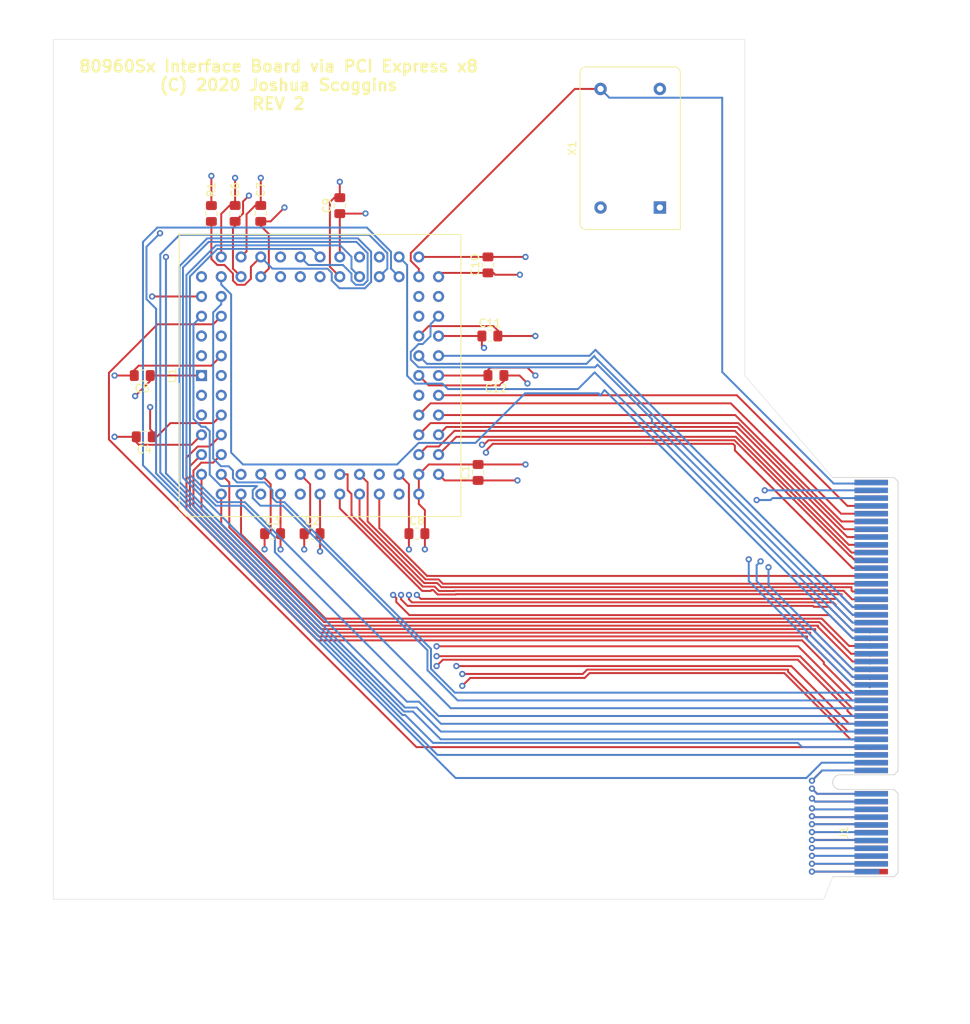
<source format=kicad_pcb>
(kicad_pcb (version 20171130) (host pcbnew 5.1.5)
  (title_block (title "80960 Sx PCI Express Interface Board") (date 2020-02-02) (rev 4))
  (layers (0 F.Cu signal) (1 In1.Cu signal) (2 In2.Cu signal) (31 B.Cu signal) (34 B.Paste user) (35 F.Paste user) (36 B.SilkS user) (37 F.SilkS user) (38 B.Mask user) (39 F.Mask user) (44 Edge.Cuts user))
  (net 0 "")
  (net 1 +5V)
  (net 2 GND)
  (net 3 /AS_)
  (net 4 /RESET_)
  (net 5 /DEN_)
  (net 6 /DTR)
  (net 7 /BLAST_)
  (net 8 /CLK2)
  (net 9 /BE1_)
  (net 10 "Net-(J1-PadB49)")
  (net 11 "Net-(J1-PadB48)")
  (net 12 "Net-(J1-PadB47)")
  (net 13 /ALE)
  (net 14 /READY_)
  (net 15 /HOLD)
  (net 16 /HLDA)
  (net 17 /WR)
  (net 18 /LOCK_)
  (net 19 /BE0_)
  (net 20 /A3)
  (net 21 /A2)
  (net 22 /A1)
  (net 23 /D0)
  (net 24 /AD1)
  (net 25 /AD2)
  (net 26 /AD3)
  (net 27 /AD4)
  (net 28 /AD5)
  (net 29 /AD6)
  (net 30 /AD7)
  (net 31 /AD8)
  (net 32 /AD9)
  (net 33 /INT3)
  (net 34 /INT2)
  (net 35 /INT1)
  (net 36 /INT0)
  (net 37 /A16)
  (net 38 /A17)
  (net 39 /A18)
  (net 40 /A19)
  (net 41 /A20)
  (net 42 /A21)
  (net 43 /A22)
  (net 44 /A23)
  (net 45 /A24)
  (net 46 /A25)
  (net 47 /A30)
  (net 48 /A29)
  (net 49 /A28)
  (net 50 /A27)
  (net 51 /A26)
  (net 52 /A31)
  (net 53 /AD14)
  (net 54 /AD13)
  (net 55 /AD12)
  (net 56 /AD11)
  (net 57 /AD10)
  (net 58 /AD15)
  (net 59 "Net-(U1-Pad75)")
  (net 60 "Net-(U1-Pad23)")
  (net 61 "Net-(U1-Pad42)")
  (net 62 "Net-(U1-Pad50)")
  (net 63 "Net-(U1-Pad65)")
  (net 64 "Net-(X1-Pad1)")
  (net 65 "Net-(J1-PadA41)")
  (net 66 "Net-(J1-PadA40)")
  (net 67 "Net-(J1-PadA39)")
  (net 68 "Net-(J1-PadA38)")
  (net 69 "Net-(J1-PadA37)")
  (net 70 "Net-(J1-PadA36)")
  (net 71 "Net-(J1-PadA35)")
  (net 72 "Net-(J1-PadA34)")
  (net 73 "Net-(J1-PadB14)")
  (net 74 "Net-(J1-PadB13)")
  (net 75 "Net-(J1-PadA42)")
  (net 76 "Net-(J1-PadA43)")
  (net 77 "Net-(J1-PadA44)")
  (net 78 "Net-(J1-PadA45)")
  (net 79 "Net-(J1-PadA46)")
  (net 80 "Net-(J1-PadA26)")
  (net 81 "Net-(J1-PadA28)")
  (net 82 "Net-(J1-PadA27)")
  (module Package_LCC:PLCC-84_THT-Socket (layer F.Cu) (at 69.85 92.71 90)
    (fp_text reference U1 (at 0 -3.77 90) (layer F.SilkS))
    (fp_text value 80960Sx)
    (pad 2 thru_hole circle (at 0 2.54 90) (size 1.4224 1.4224) (drill 0.8) (layers *.Cu *.Mask))
    (pad 4 thru_hole circle (at -2.54 2.54 90) (size 1.4224 1.4224) (drill 0.8) (layers *.Cu *.Mask) (net 51 /A26))
    (pad 6 thru_hole circle (at -5.08 2.54 90) (size 1.4224 1.4224) (drill 0.8) (layers *.Cu *.Mask) (net 1 +5V))
    (pad 8 thru_hole circle (at -7.62 2.54 90) (size 1.4224 1.4224) (drill 0.8) (layers *.Cu *.Mask) (net 45 /A24))
    (pad 10 thru_hole circle (at -10.16 2.54 90) (size 1.4224 1.4224) (drill 0.8) (layers *.Cu *.Mask) (net 43 /A22))
    (pad 84 thru_hole circle (at 2.54 2.54 90) (size 1.4224 1.4224) (drill 0.8) (layers *.Cu *.Mask) (net 2 GND))
    (pad 82 thru_hole circle (at 5.08 2.54 90) (size 1.4224 1.4224) (drill 0.8) (layers *.Cu *.Mask) (net 48 /A29))
    (pad 80 thru_hole circle (at 7.62 2.54 90) (size 1.4224 1.4224) (drill 0.8) (layers *.Cu *.Mask) (net 52 /A31))
    (pad 78 thru_hole circle (at 10.16 2.54 90) (size 1.4224 1.4224) (drill 0.8) (layers *.Cu *.Mask) (net 13 /ALE))
    (pad 76 thru_hole circle (at 12.7 2.54 90) (size 1.4224 1.4224) (drill 0.8) (layers *.Cu *.Mask) (net 3 /AS_))
    (pad 74 thru_hole circle (at 15.24 2.54 90) (size 1.4224 1.4224) (drill 0.8) (layers *.Cu *.Mask) (net 2 GND))
    (pad 1 thru_hole rect (at 0 0 90) (size 1.4224 1.4224) (drill 0.8) (layers *.Cu *.Mask) (net 1 +5V))
    (pad 3 thru_hole circle (at -2.54 0 90) (size 1.4224 1.4224) (drill 0.8) (layers *.Cu *.Mask) (net 50 /A27))
    (pad 5 thru_hole circle (at -5.08 0 90) (size 1.4224 1.4224) (drill 0.8) (layers *.Cu *.Mask) (net 46 /A25))
    (pad 7 thru_hole circle (at -7.62 0 90) (size 1.4224 1.4224) (drill 0.8) (layers *.Cu *.Mask) (net 2 GND))
    (pad 9 thru_hole circle (at -10.16 0 90) (size 1.4224 1.4224) (drill 0.8) (layers *.Cu *.Mask) (net 44 /A23))
    (pad 11 thru_hole circle (at -12.7 0 90) (size 1.4224 1.4224) (drill 0.8) (layers *.Cu *.Mask) (net 42 /A21))
    (pad 83 thru_hole circle (at 2.54 0 90) (size 1.4224 1.4224) (drill 0.8) (layers *.Cu *.Mask) (net 49 /A28))
    (pad 81 thru_hole circle (at 5.08 0 90) (size 1.4224 1.4224) (drill 0.8) (layers *.Cu *.Mask) (net 47 /A30))
    (pad 79 thru_hole circle (at 7.62 0 90) (size 1.4224 1.4224) (drill 0.8) (layers *.Cu *.Mask) (net 14 /READY_))
    (pad 77 thru_hole circle (at 10.16 0 90) (size 1.4224 1.4224) (drill 0.8) (layers *.Cu *.Mask) (net 2 GND))
    (pad 75 thru_hole circle (at 12.7 0 90) (size 1.4224 1.4224) (drill 0.8) (layers *.Cu *.Mask) (net 59 "Net-(U1-Pad75)"))
    (pad 13 thru_hole circle (at -12.7 2.54 90) (size 1.4224 1.4224) (drill 0.8) (layers *.Cu *.Mask) (net 40 /A19))
    (pad 15 thru_hole circle (at -12.7 5.08 90) (size 1.4224 1.4224) (drill 0.8) (layers *.Cu *.Mask) (net 38 /A17))
    (pad 17 thru_hole circle (at -12.7 7.62 90) (size 1.4224 1.4224) (drill 0.8) (layers *.Cu *.Mask) (net 1 +5V))
    (pad 19 thru_hole circle (at -12.7 10.16 90) (size 1.4224 1.4224) (drill 0.8) (layers *.Cu *.Mask) (net 58 /AD15))
    (pad 21 thru_hole circle (at -12.7 12.7 90) (size 1.4224 1.4224) (drill 0.8) (layers *.Cu *.Mask) (net 1 +5V))
    (pad 23 thru_hole circle (at -12.7 15.24 90) (size 1.4224 1.4224) (drill 0.8) (layers *.Cu *.Mask) (net 60 "Net-(U1-Pad23)"))
    (pad 25 thru_hole circle (at -12.7 17.78 90) (size 1.4224 1.4224) (drill 0.8) (layers *.Cu *.Mask) (net 55 /AD12))
    (pad 27 thru_hole circle (at -12.7 20.32 90) (size 1.4224 1.4224) (drill 0.8) (layers *.Cu *.Mask) (net 57 /AD10))
    (pad 29 thru_hole circle (at -12.7 22.86 90) (size 1.4224 1.4224) (drill 0.8) (layers *.Cu *.Mask) (net 31 /AD8))
    (pad 31 thru_hole circle (at -12.7 25.4 90) (size 1.4224 1.4224) (drill 0.8) (layers *.Cu *.Mask) (net 1 +5V))
    (pad 12 thru_hole circle (at -15.24 2.54 90) (size 1.4224 1.4224) (drill 0.8) (layers *.Cu *.Mask) (net 41 /A20))
    (pad 14 thru_hole circle (at -15.24 5.08 90) (size 1.4224 1.4224) (drill 0.8) (layers *.Cu *.Mask) (net 39 /A18))
    (pad 16 thru_hole circle (at -15.24 7.62 90) (size 1.4224 1.4224) (drill 0.8) (layers *.Cu *.Mask) (net 37 /A16))
    (pad 18 thru_hole circle (at -15.24 10.16 90) (size 1.4224 1.4224) (drill 0.8) (layers *.Cu *.Mask) (net 2 GND))
    (pad 20 thru_hole circle (at -15.24 12.7 90) (size 1.4224 1.4224) (drill 0.8) (layers *.Cu *.Mask) (net 53 /AD14))
    (pad 22 thru_hole circle (at -15.24 15.24 90) (size 1.4224 1.4224) (drill 0.8) (layers *.Cu *.Mask) (net 2 GND))
    (pad 24 thru_hole circle (at -15.24 17.78 90) (size 1.4224 1.4224) (drill 0.8) (layers *.Cu *.Mask) (net 54 /AD13))
    (pad 26 thru_hole circle (at -15.24 20.32 90) (size 1.4224 1.4224) (drill 0.8) (layers *.Cu *.Mask) (net 56 /AD11))
    (pad 28 thru_hole circle (at -15.24 22.86 90) (size 1.4224 1.4224) (drill 0.8) (layers *.Cu *.Mask) (net 32 /AD9))
    (pad 30 thru_hole circle (at -15.24 25.4 90) (size 1.4224 1.4224) (drill 0.8) (layers *.Cu *.Mask) (net 30 /AD7))
    (pad 32 thru_hole circle (at -15.24 27.94 90) (size 1.4224 1.4224) (drill 0.8) (layers *.Cu *.Mask) (net 2 GND))
    (pad 34 thru_hole circle (at -12.7 27.94 90) (size 1.4224 1.4224) (drill 0.8) (layers *.Cu *.Mask) (net 2 GND))
    (pad 36 thru_hole circle (at -10.16 27.94 90) (size 1.4224 1.4224) (drill 0.8) (layers *.Cu *.Mask) (net 28 /AD5))
    (pad 38 thru_hole circle (at -7.62 27.94 90) (size 1.4224 1.4224) (drill 0.8) (layers *.Cu *.Mask) (net 26 /AD3))
    (pad 40 thru_hole circle (at -5.08 27.94 90) (size 1.4224 1.4224) (drill 0.8) (layers *.Cu *.Mask) (net 24 /AD1))
    (pad 42 thru_hole circle (at -2.54 27.94 90) (size 1.4224 1.4224) (drill 0.8) (layers *.Cu *.Mask) (net 61 "Net-(U1-Pad42)"))
    (pad 44 thru_hole circle (at 0 27.94 90) (size 1.4224 1.4224) (drill 0.8) (layers *.Cu *.Mask) (net 1 +5V))
    (pad 46 thru_hole circle (at 2.54 27.94 90) (size 1.4224 1.4224) (drill 0.8) (layers *.Cu *.Mask) (net 21 /A2))
    (pad 48 thru_hole circle (at 5.08 27.94 90) (size 1.4224 1.4224) (drill 0.8) (layers *.Cu *.Mask) (net 2 GND))
    (pad 50 thru_hole circle (at 7.62 27.94 90) (size 1.4224 1.4224) (drill 0.8) (layers *.Cu *.Mask) (net 62 "Net-(U1-Pad50)"))
    (pad 52 thru_hole circle (at 10.16 27.94 90) (size 1.4224 1.4224) (drill 0.8) (layers *.Cu *.Mask) (net 19 /BE0_))
    (pad 33 thru_hole circle (at -12.7 30.48 90) (size 1.4224 1.4224) (drill 0.8) (layers *.Cu *.Mask) (net 1 +5V))
    (pad 35 thru_hole circle (at -10.16 30.48 90) (size 1.4224 1.4224) (drill 0.8) (layers *.Cu *.Mask) (net 29 /AD6))
    (pad 37 thru_hole circle (at -7.62 30.48 90) (size 1.4224 1.4224) (drill 0.8) (layers *.Cu *.Mask) (net 27 /AD4))
    (pad 39 thru_hole circle (at -5.08 30.48 90) (size 1.4224 1.4224) (drill 0.8) (layers *.Cu *.Mask) (net 25 /AD2))
    (pad 41 thru_hole circle (at -2.54 30.48 90) (size 1.4224 1.4224) (drill 0.8) (layers *.Cu *.Mask) (net 23 /D0))
    (pad 43 thru_hole circle (at 0 30.48 90) (size 1.4224 1.4224) (drill 0.8) (layers *.Cu *.Mask) (net 2 GND))
    (pad 45 thru_hole circle (at 2.54 30.48 90) (size 1.4224 1.4224) (drill 0.8) (layers *.Cu *.Mask) (net 20 /A3))
    (pad 47 thru_hole circle (at 5.08 30.48 90) (size 1.4224 1.4224) (drill 0.8) (layers *.Cu *.Mask) (net 1 +5V))
    (pad 49 thru_hole circle (at 7.62 30.48 90) (size 1.4224 1.4224) (drill 0.8) (layers *.Cu *.Mask) (net 22 /A1))
    (pad 51 thru_hole circle (at 10.16 30.48 90) (size 1.4224 1.4224) (drill 0.8) (layers *.Cu *.Mask) (net 9 /BE1_))
    (pad 53 thru_hole circle (at 12.7 30.48 90) (size 1.4224 1.4224) (drill 0.8) (layers *.Cu *.Mask) (net 1 +5V))
    (pad 55 thru_hole circle (at 12.7 27.94 90) (size 1.4224 1.4224) (drill 0.8) (layers *.Cu *.Mask) (net 8 /CLK2))
    (pad 57 thru_hole circle (at 12.7 25.4 90) (size 1.4224 1.4224) (drill 0.8) (layers *.Cu *.Mask) (net 36 /INT0))
    (pad 59 thru_hole circle (at 12.7 22.86 90) (size 1.4224 1.4224) (drill 0.8) (layers *.Cu *.Mask) (net 34 /INT2))
    (pad 61 thru_hole circle (at 12.7 20.32 90) (size 1.4224 1.4224) (drill 0.8) (layers *.Cu *.Mask) (net 16 /HLDA))
    (pad 63 thru_hole circle (at 12.7 17.78 90) (size 1.4224 1.4224) (drill 0.8) (layers *.Cu *.Mask) (net 2 GND))
    (pad 65 thru_hole circle (at 12.7 15.24 90) (size 1.4224 1.4224) (drill 0.8) (layers *.Cu *.Mask) (net 63 "Net-(U1-Pad65)"))
    (pad 67 thru_hole circle (at 12.7 12.7 90) (size 1.4224 1.4224) (drill 0.8) (layers *.Cu *.Mask) (net 5 /DEN_))
    (pad 69 thru_hole circle (at 12.7 10.16 90) (size 1.4224 1.4224) (drill 0.8) (layers *.Cu *.Mask) (net 7 /BLAST_))
    (pad 71 thru_hole circle (at 12.7 7.62 90) (size 1.4224 1.4224) (drill 0.8) (layers *.Cu *.Mask) (net 1 +5V))
    (pad 73 thru_hole circle (at 12.7 5.08 90) (size 1.4224 1.4224) (drill 0.8) (layers *.Cu *.Mask) (net 1 +5V))
    (pad 54 thru_hole circle (at 15.24 27.94 90) (size 1.4224 1.4224) (drill 0.8) (layers *.Cu *.Mask) (net 2 GND))
    (pad 56 thru_hole circle (at 15.24 25.4 90) (size 1.4224 1.4224) (drill 0.8) (layers *.Cu *.Mask) (net 4 /RESET_))
    (pad 58 thru_hole circle (at 15.24 22.86 90) (size 1.4224 1.4224) (drill 0.8) (layers *.Cu *.Mask) (net 35 /INT1))
    (pad 60 thru_hole circle (at 15.24 20.32 90) (size 1.4224 1.4224) (drill 0.8) (layers *.Cu *.Mask) (net 33 /INT3))
    (pad 62 thru_hole circle (at 15.24 17.78 90) (size 1.4224 1.4224) (drill 0.8) (layers *.Cu *.Mask) (net 1 +5V))
    (pad 64 thru_hole circle (at 15.24 15.24 90) (size 1.4224 1.4224) (drill 0.8) (layers *.Cu *.Mask) (net 15 /HOLD))
    (pad 66 thru_hole circle (at 15.24 12.7 90) (size 1.4224 1.4224) (drill 0.8) (layers *.Cu *.Mask) (net 17 /WR))
    (pad 68 thru_hole circle (at 15.24 10.16 90) (size 1.4224 1.4224) (drill 0.8) (layers *.Cu *.Mask) (net 6 /DTR))
    (pad 70 thru_hole circle (at 15.24 7.62 90) (size 1.4224 1.4224) (drill 0.8) (layers *.Cu *.Mask) (net 18 /LOCK_))
    (pad 72 thru_hole circle (at 15.24 5.08 90) (size 1.4224 1.4224) (drill 0.8) (layers *.Cu *.Mask) (net 2 GND))
  )
  (module Connector_PCBEdge:BUS_PCIexpress_x8 (layer F.Cu) (at 155.956 156.464 90)
    (fp_text reference J1 (at 5 -3.5 90) (layer F.SilkS))
    (fp_text value PCIE-098-02-X-D-TH)
    (fp_arc (start 11.5 -4) (end 12.45 -4) (angle -180) (layer Edge.Cuts) (width 0.1))
    (fp_line (start 50.65 2.95) (end 50.15 3.45) (layer Edge.Cuts) (width 0.1))
    (fp_line (start 12.45 2.95) (end 12.95 3.45) (layer Edge.Cuts) (width 0.1))
    (fp_line (start 10.55 2.95) (end 10.05 3.45) (layer Edge.Cuts) (width 0.1))
    (fp_line (start -0.65 2.95) (end -0.15 3.45) (layer Edge.Cuts) (width 0.1))
    (fp_line (start 12.95 3.45) (end 50.15 3.45) (layer Edge.Cuts) (width 0.1))
    (fp_line (start 50.65 -4.95) (end 50.65 2.95) (layer Edge.Cuts) (width 0.1))
    (fp_line (start -0.15 3.45) (end 10.05 3.45) (layer Edge.Cuts) (width 0.1))
    (fp_line (start -0.65 -4.95) (end -0.65 2.95) (layer Edge.Cuts) (width 0.1))
    (fp_line (start 12.45 -4) (end 12.45 2.95) (layer Edge.Cuts) (width 0.1))
    (fp_line (start 10.55 -4) (end 10.55 2.95) (layer Edge.Cuts) (width 0.1))
    (pad A49 connect rect (at 50 0 90) (size 0.7 4.3) (layers B.Cu B.Mask) (net 8 /CLK2))
    (pad A48 connect rect (at 49 0 90) (size 0.7 4.3) (layers B.Cu B.Mask) (net 6 /DTR))
    (pad A47 connect rect (at 48 0 90) (size 0.7 4.3) (layers B.Cu B.Mask) (net 5 /DEN_))
    (pad A46 connect rect (at 47 0 90) (size 0.7 4.3) (layers B.Cu B.Mask) (net 79 "Net-(J1-PadA46)"))
    (pad A45 connect rect (at 46 0 90) (size 0.7 4.3) (layers B.Cu B.Mask) (net 78 "Net-(J1-PadA45)"))
    (pad A44 connect rect (at 45 0 90) (size 0.7 4.3) (layers B.Cu B.Mask) (net 77 "Net-(J1-PadA44)"))
    (pad A43 connect rect (at 44 0 90) (size 0.7 4.3) (layers B.Cu B.Mask) (net 76 "Net-(J1-PadA43)"))
    (pad A42 connect rect (at 43 0 90) (size 0.7 4.3) (layers B.Cu B.Mask) (net 75 "Net-(J1-PadA42)"))
    (pad A13 connect rect (at 14 0 90) (size 0.7 4.3) (layers B.Cu B.Mask) (net 36 /INT0))
    (pad A12 connect rect (at 13 0 90) (size 0.7 4.3) (layers B.Cu B.Mask) (net 2 GND))
    (pad A18 connect rect (at 19 0 90) (size 0.7 4.3) (layers B.Cu B.Mask) (net 17 /WR))
    (pad A17 connect rect (at 18 0 90) (size 0.7 4.3) (layers B.Cu B.Mask) (net 18 /LOCK_))
    (pad A16 connect rect (at 17 0 90) (size 0.7 4.3) (layers B.Cu B.Mask) (net 33 /INT3))
    (pad A15 connect rect (at 16 0 90) (size 0.7 4.3) (layers B.Cu B.Mask) (net 34 /INT2))
    (pad A14 connect rect (at 15 0 90) (size 0.7 4.3) (layers B.Cu B.Mask) (net 35 /INT1))
    (pad A11 connect rect (at 10 0 90) (size 0.7 4.3) (layers B.Cu B.Mask) (net 1 +5V))
    (pad A10 connect rect (at 9 0 90) (size 0.7 4.3) (layers B.Cu B.Mask) (net 2 GND))
    (pad A9 connect rect (at 8 0 90) (size 0.7 4.3) (layers B.Cu B.Mask) (net 1 +5V))
    (pad A8 connect rect (at 7 0 90) (size 0.7 4.3) (layers B.Cu B.Mask) (net 2 GND))
    (pad A7 connect rect (at 6 0 90) (size 0.7 4.3) (layers B.Cu B.Mask) (net 1 +5V))
    (pad A6 connect rect (at 5 0 90) (size 0.7 4.3) (layers B.Cu B.Mask) (net 2 GND))
    (pad A5 connect rect (at 4 0 90) (size 0.7 4.3) (layers B.Cu B.Mask) (net 1 +5V))
    (pad A4 connect rect (at 3 0 90) (size 0.7 4.3) (layers B.Cu B.Mask) (net 2 GND))
    (pad A3 connect rect (at 2 0 90) (size 0.7 4.3) (layers B.Cu B.Mask) (net 1 +5V))
    (pad A2 connect rect (at 1 0 90) (size 0.7 4.3) (layers B.Cu B.Mask) (net 2 GND))
    (pad A1 connect rect (at 0 -0.55 90) (size 0.7 3.2) (layers B.Cu B.Mask) (net 1 +5V))
    (pad B13 connect rect (at 14 0 90) (size 0.7 4.3) (layers F.Cu F.Mask) (net 74 "Net-(J1-PadB13)"))
    (pad B12 connect rect (at 13 0 90) (size 0.7 4.3) (layers F.Cu F.Mask) (net 2 GND))
    (pad B18 connect rect (at 19 0 90) (size 0.7 4.3) (layers F.Cu F.Mask) (net 49 /A28))
    (pad B17 connect rect (at 18 0 90) (size 0.7 4.3) (layers F.Cu F.Mask) (net 48 /A29))
    (pad B16 connect rect (at 17 0 90) (size 0.7 4.3) (layers F.Cu F.Mask) (net 47 /A30))
    (pad B15 connect rect (at 16 0 90) (size 0.7 4.3) (layers F.Cu F.Mask) (net 52 /A31))
    (pad B14 connect rect (at 15 0 90) (size 0.7 4.3) (layers F.Cu F.Mask) (net 73 "Net-(J1-PadB14)"))
    (pad B11 connect rect (at 10 0 90) (size 0.7 4.3) (layers F.Cu F.Mask) (net 1 +5V))
    (pad B10 connect rect (at 9 0 90) (size 0.7 4.3) (layers F.Cu F.Mask) (net 2 GND))
    (pad B9 connect rect (at 8 0 90) (size 0.7 4.3) (layers F.Cu F.Mask) (net 1 +5V))
    (pad B8 connect rect (at 7 0 90) (size 0.7 4.3) (layers F.Cu F.Mask) (net 2 GND))
    (pad B7 connect rect (at 6 0 90) (size 0.7 4.3) (layers F.Cu F.Mask) (net 1 +5V))
    (pad B6 connect rect (at 5 0 90) (size 0.7 4.3) (layers F.Cu F.Mask) (net 2 GND))
    (pad B5 connect rect (at 4 0 90) (size 0.7 4.3) (layers F.Cu F.Mask) (net 1 +5V))
    (pad B4 connect rect (at 3 0 90) (size 0.7 4.3) (layers F.Cu F.Mask) (net 2 GND))
    (pad B3 connect rect (at 2 0 90) (size 0.7 4.3) (layers F.Cu F.Mask) (net 1 +5V))
    (pad B2 connect rect (at 1 0 90) (size 0.7 4.3) (layers F.Cu F.Mask) (net 2 GND))
    (pad B1 connect rect (at 0 0 90) (size 0.7 4.3) (layers F.Cu F.Mask) (net 1 +5V))
    (pad B19 connect rect (at 20 0 90) (size 0.7 4.3) (layers F.Cu F.Mask) (net 50 /A27))
    (pad B20 connect rect (at 21 0 90) (size 0.7 4.3) (layers F.Cu F.Mask) (net 51 /A26))
    (pad B21 connect rect (at 22 0 90) (size 0.7 4.3) (layers F.Cu F.Mask) (net 46 /A25))
    (pad B22 connect rect (at 23 0 90) (size 0.7 4.3) (layers F.Cu F.Mask) (net 45 /A24))
    (pad B23 connect rect (at 24 0 90) (size 0.7 4.3) (layers F.Cu F.Mask) (net 44 /A23))
    (pad B24 connect rect (at 25 0 90) (size 0.7 4.3) (layers F.Cu F.Mask) (net 43 /A22))
    (pad B25 connect rect (at 26 0 90) (size 0.7 4.3) (layers F.Cu F.Mask) (net 42 /A21))
    (pad B26 connect rect (at 27 0 90) (size 0.7 4.3) (layers F.Cu F.Mask) (net 41 /A20))
    (pad B27 connect rect (at 28 0 90) (size 0.7 4.3) (layers F.Cu F.Mask) (net 40 /A19))
    (pad B28 connect rect (at 29 0 90) (size 0.7 4.3) (layers F.Cu F.Mask) (net 39 /A18))
    (pad B29 connect rect (at 30 0 90) (size 0.7 4.3) (layers F.Cu F.Mask) (net 38 /A17))
    (pad B30 connect rect (at 31 0 90) (size 0.7 4.3) (layers F.Cu F.Mask) (net 37 /A16))
    (pad B31 connect rect (at 32 0 90) (size 0.7 4.3) (layers F.Cu F.Mask) (net 58 /AD15))
    (pad B32 connect rect (at 33 0 90) (size 0.7 4.3) (layers F.Cu F.Mask) (net 53 /AD14))
    (pad A19 connect rect (at 20 0 90) (size 0.7 4.3) (layers B.Cu B.Mask) (net 16 /HLDA))
    (pad A20 connect rect (at 21 0 90) (size 0.7 4.3) (layers B.Cu B.Mask) (net 15 /HOLD))
    (pad A21 connect rect (at 22 0 90) (size 0.7 4.3) (layers B.Cu B.Mask) (net 14 /READY_))
    (pad A22 connect rect (at 23 0 90) (size 0.7 4.3) (layers B.Cu B.Mask) (net 13 /ALE))
    (pad A23 connect rect (at 24 0 90) (size 0.7 4.3) (layers B.Cu B.Mask) (net 9 /BE1_))
    (pad A24 connect rect (at 25 0 90) (size 0.7 4.3) (layers B.Cu B.Mask) (net 19 /BE0_))
    (pad A25 connect rect (at 26 0 90) (size 0.7 4.3) (layers B.Cu B.Mask) (net 7 /BLAST_))
    (pad A26 connect rect (at 27 0 90) (size 0.7 4.3) (layers B.Cu B.Mask) (net 80 "Net-(J1-PadA26)"))
    (pad A27 connect rect (at 28 0 90) (size 0.7 4.3) (layers B.Cu B.Mask) (net 82 "Net-(J1-PadA27)"))
    (pad A28 connect rect (at 29 0 90) (size 0.7 4.3) (layers B.Cu B.Mask) (net 81 "Net-(J1-PadA28)"))
    (pad A29 connect rect (at 30 0 90) (size 0.7 4.3) (layers B.Cu B.Mask) (net 3 /AS_))
    (pad A30 connect rect (at 31 0 90) (size 0.7 4.3) (layers B.Cu B.Mask) (net 4 /RESET_))
    (pad A31 connect rect (at 32 0 90) (size 0.7 4.3) (layers B.Cu B.Mask) (net 22 /A1))
    (pad A32 connect rect (at 33 0 90) (size 0.7 4.3) (layers B.Cu B.Mask) (net 21 /A2))
    (pad B33 connect rect (at 34 0 90) (size 0.7 4.3) (layers F.Cu F.Mask) (net 54 /AD13))
    (pad B34 connect rect (at 35 0 90) (size 0.7 4.3) (layers F.Cu F.Mask) (net 55 /AD12))
    (pad B35 connect rect (at 36 0 90) (size 0.7 4.3) (layers F.Cu F.Mask) (net 56 /AD11))
    (pad B36 connect rect (at 37 0 90) (size 0.7 4.3) (layers F.Cu F.Mask) (net 57 /AD10))
    (pad B37 connect rect (at 38 0 90) (size 0.7 4.3) (layers F.Cu F.Mask) (net 32 /AD9))
    (pad B38 connect rect (at 39 0 90) (size 0.7 4.3) (layers F.Cu F.Mask) (net 31 /AD8))
    (pad B39 connect rect (at 40 0 90) (size 0.7 4.3) (layers F.Cu F.Mask) (net 30 /AD7))
    (pad B40 connect rect (at 41 0 90) (size 0.7 4.3) (layers F.Cu F.Mask) (net 29 /AD6))
    (pad B41 connect rect (at 42 0 90) (size 0.7 4.3) (layers F.Cu F.Mask) (net 28 /AD5))
    (pad B42 connect rect (at 43 0 90) (size 0.7 4.3) (layers F.Cu F.Mask) (net 27 /AD4))
    (pad B43 connect rect (at 44 0 90) (size 0.7 4.3) (layers F.Cu F.Mask) (net 26 /AD3))
    (pad B44 connect rect (at 45 0 90) (size 0.7 4.3) (layers F.Cu F.Mask) (net 25 /AD2))
    (pad B45 connect rect (at 46 0 90) (size 0.7 4.3) (layers F.Cu F.Mask) (net 24 /AD1))
    (pad B46 connect rect (at 47 0 90) (size 0.7 4.3) (layers F.Cu F.Mask) (net 23 /D0))
    (pad B47 connect rect (at 48 0 90) (size 0.7 4.3) (layers F.Cu F.Mask) (net 12 "Net-(J1-PadB47)"))
    (pad B48 connect rect (at 49 -0.55 90) (size 0.7 3.2) (layers F.Cu F.Mask) (net 11 "Net-(J1-PadB48)"))
    (pad B49 connect rect (at 50 0 90) (size 0.7 4.3) (layers F.Cu F.Mask) (net 10 "Net-(J1-PadB49)"))
    (pad A33 connect rect (at 34 0 90) (size 0.7 4.3) (layers B.Cu B.Mask) (net 20 /A3))
    (pad A34 connect rect (at 35 0 90) (size 0.7 4.3) (layers B.Cu B.Mask) (net 72 "Net-(J1-PadA34)"))
    (pad A35 connect rect (at 36 0 90) (size 0.7 4.3) (layers B.Cu B.Mask) (net 71 "Net-(J1-PadA35)"))
    (pad A36 connect rect (at 37 0 90) (size 0.7 4.3) (layers B.Cu B.Mask) (net 70 "Net-(J1-PadA36)"))
    (pad A37 connect rect (at 38 0 90) (size 0.7 4.3) (layers B.Cu B.Mask) (net 69 "Net-(J1-PadA37)"))
    (pad A38 connect rect (at 39 0 90) (size 0.7 4.3) (layers B.Cu B.Mask) (net 68 "Net-(J1-PadA38)"))
    (pad A39 connect rect (at 40 0 90) (size 0.7 4.3) (layers B.Cu B.Mask) (net 67 "Net-(J1-PadA39)"))
    (pad A40 connect rect (at 41 0 90) (size 0.7 4.3) (layers B.Cu B.Mask) (net 66 "Net-(J1-PadA40)"))
    (pad A41 connect rect (at 42 0 90) (size 0.7 4.3) (layers B.Cu B.Mask) (net 65 "Net-(J1-PadA41)"))
  )
  (module Capacitor_SMD:C_0805_2012Metric_Pad1.15x1.40mm_HandSolder (layer F.Cu) (at 105.41 105.165 90)
    (fp_text reference C1 (at 0 -1.65 90) (layer F.SilkS))
    (fp_text value 0.1uF)
    (pad 1 smd roundrect (at -1.025 0 90) (size 1.15 1.4) (layers F.Cu F.Paste F.Mask) (roundrect_rratio 0.217391) (net 1 +5V))
    (pad 2 smd roundrect (at 1.025 0 90) (size 1.15 1.4) (layers F.Cu F.Paste F.Mask) (roundrect_rratio 0.217391) (net 2 GND))
  )
  (module Capacitor_SMD:C_0805_2012Metric_Pad1.15x1.40mm_HandSolder (layer F.Cu) (at 84.065 113.03)
    (fp_text reference C2 (at 0 -1.65) (layer F.SilkS))
    (fp_text value 0.1uF)
    (pad 2 smd roundrect (at 1.025 0) (size 1.15 1.4) (layers F.Cu F.Paste F.Mask) (roundrect_rratio 0.217391) (net 2 GND))
    (pad 1 smd roundrect (at -1.025 0) (size 1.15 1.4) (layers F.Cu F.Paste F.Mask) (roundrect_rratio 0.217391) (net 1 +5V))
  )
  (module Capacitor_SMD:C_0805_2012Metric_Pad1.15x1.40mm_HandSolder (layer F.Cu) (at 78.985 113.03)
    (fp_text reference C3 (at 0 -1.65) (layer F.SilkS))
    (fp_text value 0.1uF)
    (pad 1 smd roundrect (at -1.025 0) (size 1.15 1.4) (layers F.Cu F.Paste F.Mask) (roundrect_rratio 0.217391) (net 1 +5V))
    (pad 2 smd roundrect (at 1.025 0) (size 1.15 1.4) (layers F.Cu F.Paste F.Mask) (roundrect_rratio 0.217391) (net 2 GND))
  )
  (module Capacitor_SMD:C_0805_2012Metric_Pad1.15x1.40mm_HandSolder (layer F.Cu) (at 62.493 100.584 180)
    (fp_text reference C4 (at 0 -1.65) (layer F.SilkS))
    (fp_text value 0.1uF)
    (pad 2 smd roundrect (at 1.025 0 180) (size 1.15 1.4) (layers F.Cu F.Paste F.Mask) (roundrect_rratio 0.217391) (net 2 GND))
    (pad 1 smd roundrect (at -1.025 0 180) (size 1.15 1.4) (layers F.Cu F.Paste F.Mask) (roundrect_rratio 0.217391) (net 1 +5V))
  )
  (module Capacitor_SMD:C_0805_2012Metric_Pad1.15x1.40mm_HandSolder (layer F.Cu) (at 62.23 92.71 180)
    (fp_text reference C5 (at 0 -1.65) (layer F.SilkS))
    (fp_text value 0.1uF)
    (pad 2 smd roundrect (at 1.025 0 180) (size 1.15 1.4) (layers F.Cu F.Paste F.Mask) (roundrect_rratio 0.217391) (net 2 GND))
    (pad 1 smd roundrect (at -1.025 0 180) (size 1.15 1.4) (layers F.Cu F.Paste F.Mask) (roundrect_rratio 0.217391) (net 1 +5V))
  )
  (module Capacitor_SMD:C_0805_2012Metric_Pad1.15x1.40mm_HandSolder (layer F.Cu) (at 74.168 71.882 90)
    (fp_text reference C6 (at 3.048 0 90) (layer F.SilkS))
    (fp_text value 0.1uF)
    (pad 1 smd roundrect (at -1.025 0 90) (size 1.15 1.4) (layers F.Cu F.Paste F.Mask) (roundrect_rratio 0.217391) (net 1 +5V))
    (pad 2 smd roundrect (at 1.025 0 90) (size 1.15 1.4) (layers F.Cu F.Paste F.Mask) (roundrect_rratio 0.217391) (net 2 GND))
  )
  (module Capacitor_SMD:C_0805_2012Metric_Pad1.15x1.40mm_HandSolder (layer F.Cu) (at 77.47 71.882 90)
    (fp_text reference C7 (at 3.048 0 90) (layer F.SilkS))
    (fp_text value 0.1uF)
    (pad 2 smd roundrect (at 1.025 0 90) (size 1.15 1.4) (layers F.Cu F.Paste F.Mask) (roundrect_rratio 0.217391) (net 2 GND))
    (pad 1 smd roundrect (at -1.025 0 90) (size 1.15 1.4) (layers F.Cu F.Paste F.Mask) (roundrect_rratio 0.217391) (net 1 +5V))
  )
  (module Capacitor_SMD:C_0805_2012Metric_Pad1.15x1.40mm_HandSolder (layer F.Cu) (at 97.545 113.03)
    (fp_text reference C8 (at 0 -1.65) (layer F.SilkS))
    (fp_text value 0.1uF)
    (pad 1 smd roundrect (at -1.025 0) (size 1.15 1.4) (layers F.Cu F.Paste F.Mask) (roundrect_rratio 0.217391) (net 1 +5V))
    (pad 2 smd roundrect (at 1.025 0) (size 1.15 1.4) (layers F.Cu F.Paste F.Mask) (roundrect_rratio 0.217391) (net 2 GND))
  )
  (module Capacitor_SMD:C_0805_2012Metric_Pad1.15x1.40mm_HandSolder (layer F.Cu) (at 87.63 70.875 90)
    (fp_text reference C9 (at 0 -1.65 90) (layer F.SilkS))
    (fp_text value 0.1uF)
    (pad 1 smd roundrect (at -1.025 0 90) (size 1.15 1.4) (layers F.Cu F.Paste F.Mask) (roundrect_rratio 0.217391) (net 1 +5V))
    (pad 2 smd roundrect (at 1.025 0 90) (size 1.15 1.4) (layers F.Cu F.Paste F.Mask) (roundrect_rratio 0.217391) (net 2 GND))
  )
  (module Capacitor_SMD:C_0805_2012Metric_Pad1.15x1.40mm_HandSolder (layer F.Cu) (at 106.68 78.495 90)
    (fp_text reference C10 (at 0 -1.65 90) (layer F.SilkS))
    (fp_text value 0.1uF)
    (pad 2 smd roundrect (at 1.025 0 90) (size 1.15 1.4) (layers F.Cu F.Paste F.Mask) (roundrect_rratio 0.217391) (net 2 GND))
    (pad 1 smd roundrect (at -1.025 0 90) (size 1.15 1.4) (layers F.Cu F.Paste F.Mask) (roundrect_rratio 0.217391) (net 1 +5V))
  )
  (module Capacitor_SMD:C_0805_2012Metric_Pad1.15x1.40mm_HandSolder (layer F.Cu) (at 106.925 87.63)
    (fp_text reference C11 (at 0 -1.65) (layer F.SilkS))
    (fp_text value 0.1uF)
    (pad 1 smd roundrect (at -1.025 0) (size 1.15 1.4) (layers F.Cu F.Paste F.Mask) (roundrect_rratio 0.217391) (net 1 +5V))
    (pad 2 smd roundrect (at 1.025 0) (size 1.15 1.4) (layers F.Cu F.Paste F.Mask) (roundrect_rratio 0.217391) (net 2 GND))
  )
  (module Capacitor_SMD:C_0805_2012Metric_Pad1.15x1.40mm_HandSolder (layer F.Cu) (at 107.705 92.71 180)
    (fp_text reference C12 (at 0 -1.65) (layer F.SilkS))
    (fp_text value 0.1uF)
    (pad 2 smd roundrect (at 1.025 0 180) (size 1.15 1.4) (layers F.Cu F.Paste F.Mask) (roundrect_rratio 0.217391) (net 2 GND))
    (pad 1 smd roundrect (at -1.025 0 180) (size 1.15 1.4) (layers F.Cu F.Paste F.Mask) (roundrect_rratio 0.217391) (net 1 +5V))
  )
  (module Resistor_SMD:R_0805_2012Metric_Pad1.15x1.40mm_HandSolder (layer F.Cu) (at 71.12 71.891 270)
    (fp_text reference R1 (at -3.057 0 90) (layer F.SilkS))
    (fp_text value 1K)
    (pad 1 smd roundrect (at -1.025 0 270) (size 1.15 1.4) (layers F.Cu F.Paste F.Mask) (roundrect_rratio 0.217391) (net 1 +5V))
    (pad 2 smd roundrect (at 1.025 0 270) (size 1.15 1.4) (layers F.Cu F.Paste F.Mask) (roundrect_rratio 0.217391) (net 18 /LOCK_))
  )
  (module Oscillator:Oscillator_DIP-14 (layer F.Cu) (at 128.778 71.12 90)
    (fp_text reference X1 (at 7.62 -11.26 90) (layer F.SilkS))
    (fp_text value OCXO-14)
    (pad 1 thru_hole rect (at 0 0 90) (size 1.6 1.6) (drill 0.8) (layers *.Cu *.Mask) (net 64 "Net-(X1-Pad1)"))
    (pad 14 thru_hole circle (at 0 -7.62 90) (size 1.6 1.6) (drill 0.8) (layers *.Cu *.Mask) (net 1 +5V))
    (pad 8 thru_hole circle (at 15.24 -7.62 90) (size 1.6 1.6) (drill 0.8) (layers *.Cu *.Mask) (net 8 /CLK2))
    (pad 7 thru_hole circle (at 15.24 0 90) (size 1.6 1.6) (drill 0.8) (layers *.Cu *.Mask) (net 2 GND))
  )
  (gr_text "80960Sx Interface Board via PCI Express x8\n(C) 2020 Joshua Scoggins\nREV 2\n" (at 79.756 55.372) (layer F.SilkS) (effects (font (size 1.5 1.5) (thickness 0.3))))
  (gr_line (start 50.8 160.02) (end 50.8 49.53) (layer Edge.Cuts) (width 0.05))
  (gr_line (start 50.8 160.02) (end 101.854 160.02) (layer Edge.Cuts) (width 0.05))
  (gr_line (start 139.7 88.9) (end 139.7 92.71) (layer Edge.Cuts) (width 0.05))
  (gr_line (start 139.7 49.53) (end 139.7 88.9) (layer Edge.Cuts) (width 0.05))
  (gr_line (start 50.8 49.53) (end 139.7 49.53) (layer Edge.Cuts) (width 0.05))
  (gr_line (start 139.7 92.71) (end 151.006 105.814) (layer Edge.Cuts) (width 0.05))
  (gr_line (start 149.86 160.02) (end 101.854 160.02) (layer Edge.Cuts) (width 0.05))
  (gr_line (start 151.006 157.114) (end 149.86 160.02) (layer Edge.Cuts) (width 0.05))
  (via (at 90.932 71.882) (size 0.8) (drill 0.4) (layers F.Cu B.Cu) (net 1))
  (via (at 71.12 67.056) (size 0.8) (drill 0.4) (layers F.Cu B.Cu) (net 1))
  (segment (start 96.52 106.68) (end 95.25 105.41) (width 0.25) (layer F.Cu) (net 1))
  (segment (start 96.52 113.03) (end 96.52 106.68) (width 0.25) (layer F.Cu) (net 1))
  (segment (start 82.55 105.41) (end 83.82 106.68) (width 0.25) (layer F.Cu) (net 1))
  (segment (start 83.615 113.03) (end 83.04 113.03) (width 0.25) (layer F.Cu) (net 1))
  (segment (start 83.82 112.825) (end 83.615 113.03) (width 0.25) (layer F.Cu) (net 1))
  (segment (start 83.82 106.68) (end 83.82 112.825) (width 0.25) (layer F.Cu) (net 1))
  (segment (start 77.47 105.41) (end 78.74 106.68) (width 0.25) (layer F.Cu) (net 1))
  (segment (start 78.535 113.03) (end 77.96 113.03) (width 0.25) (layer F.Cu) (net 1))
  (segment (start 78.74 112.825) (end 78.535 113.03) (width 0.25) (layer F.Cu) (net 1))
  (segment (start 78.74 106.68) (end 78.74 112.825) (width 0.25) (layer F.Cu) (net 1))
  (segment (start 63.255 92.71) (end 69.85 92.71) (width 0.25) (layer F.Cu) (net 1))
  (segment (start 100.82 79.52) (end 100.33 80.01) (width 0.25) (layer F.Cu) (net 1))
  (segment (start 106.68 79.52) (end 100.82 79.52) (width 0.25) (layer F.Cu) (net 1))
  (segment (start 100.33 87.63) (end 105.9 87.63) (width 0.25) (layer F.Cu) (net 1))
  (segment (start 97.79 92.71) (end 99.06 93.98) (width 0.25) (layer F.Cu) (net 1))
  (segment (start 108.73 93.41) (end 108.73 92.71) (width 0.25) (layer F.Cu) (net 1))
  (segment (start 108.16 93.98) (end 108.73 93.41) (width 0.25) (layer F.Cu) (net 1))
  (segment (start 99.06 93.98) (end 108.16 93.98) (width 0.25) (layer F.Cu) (net 1))
  (segment (start 87.63 77.47) (end 87.63 71.9) (width 0.25) (layer F.Cu) (net 1))
  (segment (start 78.181199 79.298801) (end 77.47 80.01) (width 0.25) (layer F.Cu) (net 1))
  (segment (start 78.506201 78.973799) (end 78.181199 79.298801) (width 0.25) (layer F.Cu) (net 1))
  (segment (start 78.506201 74.518201) (end 78.506201 78.973799) (width 0.25) (layer F.Cu) (net 1))
  (segment (start 77.47 73.482) (end 78.506201 74.518201) (width 0.25) (layer F.Cu) (net 1))
  (segment (start 77.47 72.907) (end 77.47 73.482) (width 0.25) (layer F.Cu) (net 1))
  (segment (start 74.218801 79.298801) (end 74.93 80.01) (width 0.25) (layer F.Cu) (net 1))
  (segment (start 74.168 73.482) (end 73.893799 73.756201) (width 0.25) (layer F.Cu) (net 1))
  (segment (start 73.893799 78.973799) (end 74.218801 79.298801) (width 0.25) (layer F.Cu) (net 1))
  (segment (start 73.893799 73.756201) (end 73.893799 78.973799) (width 0.25) (layer F.Cu) (net 1))
  (segment (start 74.168 72.907) (end 74.168 73.482) (width 0.25) (layer F.Cu) (net 1))
  (segment (start 71.678801 98.501199) (end 72.39 97.79) (width 0.25) (layer F.Cu) (net 1))
  (segment (start 71.353799 98.826201) (end 71.678801 98.501199) (width 0.25) (layer F.Cu) (net 1))
  (segment (start 65.850799 98.826201) (end 71.353799 98.826201) (width 0.25) (layer F.Cu) (net 1))
  (segment (start 64.093 100.584) (end 65.850799 98.826201) (width 0.25) (layer F.Cu) (net 1))
  (segment (start 63.518 100.584) (end 64.093 100.584) (width 0.25) (layer F.Cu) (net 1))
  (segment (start 75.19301 71.88199) (end 75.19301 70.34899) (width 0.25) (layer F.Cu) (net 1))
  (segment (start 74.168 72.907) (end 75.19301 71.88199) (width 0.25) (layer F.Cu) (net 1))
  (segment (start 75.19301 70.34899) (end 75.946 69.596) (width 0.25) (layer F.Cu) (net 1))
  (via (at 148.336 150.368) (size 0.8) (drill 0.4) (layers F.Cu B.Cu) (net 1))
  (via (at 148.336 148.336) (size 0.8) (drill 0.4) (layers F.Cu B.Cu) (net 1))
  (via (at 148.336 156.464) (size 0.8) (drill 0.4) (layers F.Cu B.Cu) (net 1))
  (via (at 148.336 152.4) (size 0.8) (drill 0.4) (layers F.Cu B.Cu) (net 1))
  (via (at 148.336 154.432) (size 0.8) (drill 0.4) (layers F.Cu B.Cu) (net 1))
  (segment (start 77.47 72.907) (end 78.731 72.907) (width 0.25) (layer F.Cu) (net 1))
  (segment (start 78.731 72.907) (end 80.518 71.12) (width 0.25) (layer F.Cu) (net 1))
  (segment (start 101.11 106.19) (end 100.33 105.41) (width 0.25) (layer F.Cu) (net 1))
  (segment (start 105.41 106.19) (end 101.11 106.19) (width 0.25) (layer F.Cu) (net 1))
  (segment (start 105.41 106.19) (end 107.424 106.19) (width 0.25) (layer F.Cu) (net 1))
  (via (at 148.336 145.796) (size 0.8) (drill 0.4) (layers F.Cu B.Cu) (net 1))
  (segment (start 80.518 71.12) (end 80.518 71.12) (width 0.25) (layer F.Cu) (net 1))
  (via (at 80.518 71.12) (size 0.8) (drill 0.4) (layers F.Cu B.Cu) (net 1))
  (segment (start 75.946 69.596) (end 75.946 69.596) (width 0.25) (layer F.Cu) (net 1))
  (via (at 75.946 69.596) (size 0.8) (drill 0.4) (layers F.Cu B.Cu) (net 1))
  (segment (start 71.12 67.056) (end 71.12 70.866) (width 0.25) (layer F.Cu) (net 1))
  (segment (start 90.914 71.9) (end 90.932 71.882) (width 0.25) (layer F.Cu) (net 1))
  (segment (start 87.63 71.9) (end 90.914 71.9) (width 0.25) (layer F.Cu) (net 1))
  (segment (start 107.38 79.52) (end 107.616 79.756) (width 0.25) (layer F.Cu) (net 1))
  (segment (start 106.68 79.52) (end 107.38 79.52) (width 0.25) (layer F.Cu) (net 1))
  (segment (start 107.616 79.756) (end 110.780999 79.756) (width 0.25) (layer F.Cu) (net 1))
  (segment (start 105.9 87.63) (end 105.9 88.882) (width 0.25) (layer F.Cu) (net 1))
  (segment (start 105.9 88.882) (end 106.172 89.154) (width 0.25) (layer F.Cu) (net 1))
  (segment (start 108.73 92.71) (end 110.744 92.71) (width 0.25) (layer F.Cu) (net 1))
  (segment (start 110.744 92.71) (end 111.76 93.726) (width 0.25) (layer F.Cu) (net 1))
  (segment (start 107.424 106.19) (end 110.472 106.19) (width 0.25) (layer F.Cu) (net 1))
  (segment (start 63.518 99.884) (end 63.246 99.612) (width 0.25) (layer F.Cu) (net 1))
  (segment (start 63.518 100.584) (end 63.518 99.884) (width 0.25) (layer F.Cu) (net 1))
  (segment (start 63.246 99.612) (end 63.246 96.774) (width 0.25) (layer F.Cu) (net 1))
  (segment (start 63.255 93.41) (end 61.3145 95.3505) (width 0.25) (layer F.Cu) (net 1))
  (segment (start 63.255 92.71) (end 63.255 93.41) (width 0.25) (layer F.Cu) (net 1))
  (segment (start 110.780999 79.756) (end 110.780999 79.756) (width 0.25) (layer F.Cu) (net 1))
  (via (at 110.780999 79.756) (size 0.8) (drill 0.4) (layers F.Cu B.Cu) (net 1))
  (segment (start 111.76 93.726) (end 111.76 93.726) (width 0.25) (layer F.Cu) (net 1))
  (via (at 111.76 93.726) (size 0.8) (drill 0.4) (layers F.Cu B.Cu) (net 1))
  (segment (start 110.472 106.19) (end 110.472 106.19) (width 0.25) (layer F.Cu) (net 1))
  (via (at 110.472 106.19) (size 0.8) (drill 0.4) (layers F.Cu B.Cu) (net 1))
  (segment (start 63.246 96.774) (end 63.246 96.774) (width 0.25) (layer F.Cu) (net 1))
  (via (at 63.246 96.774) (size 0.8) (drill 0.4) (layers F.Cu B.Cu) (net 1))
  (segment (start 61.3145 95.3505) (end 61.214 95.451) (width 0.25) (layer F.Cu) (net 1))
  (via (at 61.3145 95.3505) (size 0.8) (drill 0.4) (layers F.Cu B.Cu) (net 1))
  (segment (start 106.172 89.154) (end 106.172 89.154) (width 0.25) (layer F.Cu) (net 1))
  (via (at 106.172 89.154) (size 0.8) (drill 0.4) (layers F.Cu B.Cu) (net 1))
  (segment (start 96.52 113.03) (end 96.52 115.062) (width 0.25) (layer F.Cu) (net 1))
  (segment (start 96.52 115.062) (end 96.52 115.062) (width 0.25) (layer F.Cu) (net 1))
  (via (at 96.52 115.062) (size 0.8) (drill 0.4) (layers F.Cu B.Cu) (net 1))
  (segment (start 83.04 113.73) (end 83.058 113.748) (width 0.25) (layer F.Cu) (net 1))
  (segment (start 83.04 113.03) (end 83.04 113.73) (width 0.25) (layer F.Cu) (net 1))
  (segment (start 83.058 113.748) (end 83.058 115.062) (width 0.25) (layer F.Cu) (net 1))
  (segment (start 77.96 113.03) (end 77.96 115.044) (width 0.25) (layer F.Cu) (net 1))
  (segment (start 83.058 115.062) (end 83.058 115.062) (width 0.25) (layer F.Cu) (net 1))
  (via (at 83.058 115.062) (size 0.8) (drill 0.4) (layers F.Cu B.Cu) (net 1))
  (segment (start 77.96 115.044) (end 77.96 115.044) (width 0.25) (layer F.Cu) (net 1))
  (via (at 77.96 115.044) (size 0.8) (drill 0.4) (layers F.Cu B.Cu) (net 1))
  (segment (start 155.956 156.464) (end 148.336 156.464) (width 0.25) (layer F.Cu) (net 1))
  (segment (start 149.004 146.464) (end 148.336 145.796) (width 0.25) (layer F.Cu) (net 1))
  (segment (start 155.956 146.464) (end 149.004 146.464) (width 0.25) (layer F.Cu) (net 1))
  (segment (start 148.464 148.464) (end 148.336 148.336) (width 0.25) (layer F.Cu) (net 1))
  (segment (start 155.956 148.464) (end 148.464 148.464) (width 0.25) (layer F.Cu) (net 1))
  (segment (start 155.86 150.368) (end 155.956 150.464) (width 0.25) (layer F.Cu) (net 1))
  (segment (start 148.336 150.368) (end 155.86 150.368) (width 0.25) (layer F.Cu) (net 1))
  (segment (start 155.892 152.4) (end 155.956 152.464) (width 0.25) (layer F.Cu) (net 1))
  (segment (start 148.336 152.4) (end 155.892 152.4) (width 0.25) (layer F.Cu) (net 1))
  (segment (start 155.924 154.432) (end 155.956 154.464) (width 0.25) (layer F.Cu) (net 1))
  (segment (start 148.336 154.432) (end 155.924 154.432) (width 0.25) (layer F.Cu) (net 1))
  (segment (start 155.406 156.464) (end 148.336 156.464) (width 0.25) (layer B.Cu) (net 1))
  (segment (start 155.924 154.432) (end 155.956 154.464) (width 0.25) (layer B.Cu) (net 1))
  (segment (start 148.336 154.432) (end 155.924 154.432) (width 0.25) (layer B.Cu) (net 1))
  (segment (start 155.892 152.4) (end 155.956 152.464) (width 0.25) (layer B.Cu) (net 1))
  (segment (start 148.336 152.4) (end 155.892 152.4) (width 0.25) (layer B.Cu) (net 1))
  (segment (start 149.004 146.464) (end 148.336 145.796) (width 0.25) (layer B.Cu) (net 1))
  (segment (start 155.956 146.464) (end 149.004 146.464) (width 0.25) (layer B.Cu) (net 1))
  (segment (start 148.464 148.464) (end 148.336 148.336) (width 0.25) (layer B.Cu) (net 1))
  (segment (start 155.956 148.464) (end 148.464 148.464) (width 0.25) (layer B.Cu) (net 1))
  (segment (start 155.86 150.368) (end 155.956 150.464) (width 0.25) (layer B.Cu) (net 1))
  (segment (start 148.336 150.368) (end 155.86 150.368) (width 0.25) (layer B.Cu) (net 1))
  (via (at 148.336 149.352) (size 0.8) (drill 0.4) (layers F.Cu B.Cu) (net 2))
  (via (at 148.336 151.384) (size 0.8) (drill 0.4) (layers F.Cu B.Cu) (net 2))
  (via (at 148.336 153.416) (size 0.8) (drill 0.4) (layers F.Cu B.Cu) (net 2))
  (via (at 148.336 155.448) (size 0.8) (drill 0.4) (layers F.Cu B.Cu) (net 2))
  (via (at 111.506 104.14) (size 0.8) (drill 0.4) (layers F.Cu B.Cu) (net 2))
  (via (at 111.506 77.47) (size 0.8) (drill 0.4) (layers F.Cu B.Cu) (net 2))
  (via (at 87.63 67.818) (size 0.8) (drill 0.4) (layers F.Cu B.Cu) (net 2))
  (via (at 77.47 67.31) (size 0.8) (drill 0.4) (layers F.Cu B.Cu) (net 2))
  (via (at 74.168 67.31) (size 0.8) (drill 0.4) (layers F.Cu B.Cu) (net 2))
  (via (at 58.674 92.71) (size 0.8) (drill 0.4) (layers F.Cu B.Cu) (net 2))
  (via (at 58.674 100.584) (size 0.8) (drill 0.4) (layers F.Cu B.Cu) (net 2))
  (segment (start 97.79 107.95) (end 97.79 109.22) (width 0.25) (layer F.Cu) (net 2))
  (segment (start 98.57 110) (end 98.57 113.03) (width 0.25) (layer F.Cu) (net 2))
  (segment (start 97.79 109.22) (end 98.57 110) (width 0.25) (layer F.Cu) (net 2))
  (segment (start 85.09 107.95) (end 85.09 113.03) (width 0.25) (layer F.Cu) (net 2))
  (segment (start 80.01 107.95) (end 80.01 113.03) (width 0.25) (layer F.Cu) (net 2))
  (segment (start 72.39 90.17) (end 71.12 91.44) (width 0.25) (layer F.Cu) (net 2))
  (segment (start 61.205 92.01) (end 61.205 92.71) (width 0.25) (layer F.Cu) (net 2))
  (segment (start 61.775 91.44) (end 61.205 92.01) (width 0.25) (layer F.Cu) (net 2))
  (segment (start 71.12 91.44) (end 61.775 91.44) (width 0.25) (layer F.Cu) (net 2))
  (segment (start 106.68 77.47) (end 97.79 77.47) (width 0.25) (layer F.Cu) (net 2))
  (segment (start 107.95 86.93) (end 107.38 86.36) (width 0.25) (layer F.Cu) (net 2))
  (segment (start 107.95 87.63) (end 107.95 86.93) (width 0.25) (layer F.Cu) (net 2))
  (segment (start 99.06 86.36) (end 97.79 87.63) (width 0.25) (layer F.Cu) (net 2))
  (segment (start 107.38 86.36) (end 99.06 86.36) (width 0.25) (layer F.Cu) (net 2))
  (segment (start 106.68 92.71) (end 100.33 92.71) (width 0.25) (layer F.Cu) (net 2))
  (segment (start 86.93 69.85) (end 87.63 69.85) (width 0.25) (layer F.Cu) (net 2))
  (segment (start 86.36 70.42) (end 86.93 69.85) (width 0.25) (layer F.Cu) (net 2))
  (segment (start 87.63 80.01) (end 86.36 78.74) (width 0.25) (layer F.Cu) (net 2))
  (segment (start 86.36 78.74) (end 86.36 70.42) (width 0.25) (layer F.Cu) (net 2))
  (segment (start 72.39 71.935) (end 72.39 76.464212) (width 0.25) (layer F.Cu) (net 2))
  (segment (start 72.39 76.464212) (end 72.39 77.47) (width 0.25) (layer F.Cu) (net 2))
  (segment (start 73.468 70.857) (end 72.39 71.935) (width 0.25) (layer F.Cu) (net 2))
  (segment (start 74.168 70.857) (end 73.468 70.857) (width 0.25) (layer F.Cu) (net 2))
  (segment (start 76.77 70.857) (end 77.47 70.857) (width 0.25) (layer F.Cu) (net 2))
  (segment (start 75.641199 71.985801) (end 76.77 70.857) (width 0.25) (layer F.Cu) (net 2))
  (segment (start 75.641199 76.758801) (end 75.641199 71.985801) (width 0.25) (layer F.Cu) (net 2))
  (segment (start 74.93 77.47) (end 75.641199 76.758801) (width 0.25) (layer F.Cu) (net 2))
  (segment (start 61.468 101.284) (end 61.468 100.584) (width 0.25) (layer F.Cu) (net 2))
  (segment (start 68.57099 101.60901) (end 61.79301 101.60901) (width 0.25) (layer F.Cu) (net 2))
  (segment (start 61.79301 101.60901) (end 61.468 101.284) (width 0.25) (layer F.Cu) (net 2))
  (segment (start 69.85 100.33) (end 68.57099 101.60901) (width 0.25) (layer F.Cu) (net 2))
  (segment (start 60.893 100.584) (end 58.674 100.584) (width 0.25) (layer F.Cu) (net 2))
  (segment (start 61.468 100.584) (end 60.893 100.584) (width 0.25) (layer F.Cu) (net 2))
  (segment (start 61.205 92.71) (end 58.674 92.71) (width 0.25) (layer F.Cu) (net 2))
  (segment (start 111.506 104.14) (end 105.41 104.14) (width 0.25) (layer F.Cu) (net 2))
  (segment (start 87.63 69.85) (end 87.63 67.818) (width 0.25) (layer F.Cu) (net 2))
  (segment (start 77.47 70.857) (end 77.47 67.31) (width 0.25) (layer F.Cu) (net 2))
  (segment (start 74.168 70.282) (end 74.168 67.31) (width 0.25) (layer F.Cu) (net 2))
  (segment (start 74.168 70.857) (end 74.168 70.282) (width 0.25) (layer F.Cu) (net 2))
  (segment (start 106.68 77.47) (end 111.506 77.47) (width 0.25) (layer F.Cu) (net 2))
  (segment (start 155.939 147.574) (end 155.956 147.591) (width 0.25) (layer F.Cu) (net 2))
  (via (at 148.336 144.78) (size 0.8) (drill 0.4) (layers F.Cu B.Cu) (net 2))
  (via (at 112.776 87.63) (size 0.8) (drill 0.4) (layers F.Cu B.Cu) (net 2))
  (segment (start 112.776 87.63) (end 107.95 87.63) (width 0.25) (layer F.Cu) (net 2))
  (via (at 112.776 92.71) (size 0.8) (drill 0.4) (layers F.Cu B.Cu) (net 2))
  (segment (start 112.376001 92.310001) (end 112.776 92.71) (width 0.25) (layer F.Cu) (net 2))
  (segment (start 111.75099 91.68499) (end 112.376001 92.310001) (width 0.25) (layer F.Cu) (net 2))
  (segment (start 107.00501 91.68499) (end 111.75099 91.68499) (width 0.25) (layer F.Cu) (net 2))
  (segment (start 106.68 92.01) (end 107.00501 91.68499) (width 0.25) (layer F.Cu) (net 2))
  (segment (start 106.68 92.71) (end 106.68 92.01) (width 0.25) (layer F.Cu) (net 2))
  (segment (start 99.06 104.14) (end 105.41 104.14) (width 0.25) (layer F.Cu) (net 2))
  (segment (start 97.79 105.41) (end 99.06 104.14) (width 0.25) (layer F.Cu) (net 2))
  (segment (start 97.79 107.95) (end 97.79 105.41) (width 0.25) (layer F.Cu) (net 2))
  (via (at 148.336 147.066) (size 0.8) (drill 0.4) (layers F.Cu B.Cu) (net 2))
  (segment (start 98.57 113.03) (end 98.57 115.044) (width 0.25) (layer F.Cu) (net 2))
  (segment (start 98.552 115.062) (end 98.57 115.044) (width 0.25) (layer F.Cu) (net 2))
  (segment (start 98.57 115.044) (end 98.57 115.044) (width 0.25) (layer F.Cu) (net 2))
  (via (at 98.57 115.044) (size 0.8) (drill 0.4) (layers F.Cu B.Cu) (net 2))
  (segment (start 85.09 113.03) (end 85.09 113.73) (width 0.25) (layer F.Cu) (net 2))
  (segment (start 85.09 113.73) (end 85.09 115.316) (width 0.25) (layer F.Cu) (net 2))
  (segment (start 80.01 113.03) (end 80.01 113.73) (width 0.25) (layer F.Cu) (net 2))
  (segment (start 80.01 113.73) (end 80.01 115.062) (width 0.25) (layer F.Cu) (net 2))
  (segment (start 85.09 115.316) (end 85.09 115.316) (width 0.25) (layer F.Cu) (net 2))
  (via (at 85.09 115.316) (size 0.8) (drill 0.4) (layers F.Cu B.Cu) (net 2))
  (segment (start 80.01 115.062) (end 80.01 115.062) (width 0.25) (layer F.Cu) (net 2))
  (via (at 80.01 115.062) (size 0.8) (drill 0.4) (layers F.Cu B.Cu) (net 2))
  (segment (start 149.652 143.464) (end 148.336 144.78) (width 0.25) (layer F.Cu) (net 2))
  (segment (start 155.956 143.464) (end 149.652 143.464) (width 0.25) (layer F.Cu) (net 2))
  (segment (start 149.652 143.464) (end 148.336 144.78) (width 0.25) (layer B.Cu) (net 2))
  (segment (start 155.956 143.464) (end 149.652 143.464) (width 0.25) (layer B.Cu) (net 2))
  (segment (start 148.734 147.464) (end 148.336 147.066) (width 0.25) (layer B.Cu) (net 2))
  (segment (start 155.956 147.464) (end 148.734 147.464) (width 0.25) (layer B.Cu) (net 2))
  (segment (start 148.448 149.464) (end 148.336 149.352) (width 0.25) (layer B.Cu) (net 2))
  (segment (start 155.956 149.464) (end 148.448 149.464) (width 0.25) (layer B.Cu) (net 2))
  (segment (start 155.876 151.384) (end 155.956 151.464) (width 0.25) (layer B.Cu) (net 2))
  (segment (start 148.336 151.384) (end 155.876 151.384) (width 0.25) (layer B.Cu) (net 2))
  (segment (start 148.384 153.464) (end 148.336 153.416) (width 0.25) (layer B.Cu) (net 2))
  (segment (start 155.956 153.464) (end 148.384 153.464) (width 0.25) (layer B.Cu) (net 2))
  (segment (start 155.94 155.448) (end 155.956 155.464) (width 0.25) (layer B.Cu) (net 2))
  (segment (start 148.336 155.448) (end 155.94 155.448) (width 0.25) (layer B.Cu) (net 2))
  (segment (start 148.352 155.464) (end 148.336 155.448) (width 0.25) (layer F.Cu) (net 2))
  (segment (start 155.956 155.464) (end 148.352 155.464) (width 0.25) (layer F.Cu) (net 2))
  (segment (start 148.384 153.464) (end 148.336 153.416) (width 0.25) (layer F.Cu) (net 2))
  (segment (start 155.956 153.464) (end 148.384 153.464) (width 0.25) (layer F.Cu) (net 2))
  (segment (start 155.876 151.384) (end 155.956 151.464) (width 0.25) (layer F.Cu) (net 2))
  (segment (start 148.336 151.384) (end 155.876 151.384) (width 0.25) (layer F.Cu) (net 2))
  (segment (start 148.448 149.464) (end 148.336 149.352) (width 0.25) (layer F.Cu) (net 2))
  (segment (start 155.956 149.464) (end 148.448 149.464) (width 0.25) (layer F.Cu) (net 2))
  (segment (start 155.954001 147.465999) (end 155.956 147.464) (width 0.25) (layer F.Cu) (net 2))
  (segment (start 148.735999 147.465999) (end 155.954001 147.465999) (width 0.25) (layer F.Cu) (net 2))
  (segment (start 148.336 147.066) (end 148.735999 147.465999) (width 0.25) (layer F.Cu) (net 2))
  (segment (start 69.85 82.55) (end 63.5 82.55) (width 0.25) (layer F.Cu) (net 2))
  (segment (start 63.5 82.55) (end 63.5 82.55) (width 0.25) (layer F.Cu) (net 2))
  (via (at 63.5 82.55) (size 0.8) (drill 0.4) (layers F.Cu B.Cu) (net 2))
  (segment (start 153.556 126.464) (end 121.666 94.574) (width 0.25) (layer B.Cu) (net 3))
  (segment (start 155.956 126.464) (end 153.556 126.464) (width 0.25) (layer B.Cu) (net 3))
  (segment (start 72.39 81.015788) (end 73.66 82.285788) (width 0.25) (layer B.Cu) (net 3))
  (segment (start 72.39 80.01) (end 72.39 81.015788) (width 0.25) (layer B.Cu) (net 3))
  (segment (start 73.66 82.285788) (end 73.66 102.616) (width 0.25) (layer B.Cu) (net 3))
  (segment (start 73.66 102.616) (end 75.184 104.14) (width 0.25) (layer B.Cu) (net 3))
  (segment (start 75.184 104.14) (end 94.996 104.14) (width 0.25) (layer B.Cu) (net 3))
  (segment (start 105.078797 101.366201) (end 111.448998 94.996) (width 0.25) (layer B.Cu) (net 3))
  (segment (start 94.996 104.14) (end 97.769799 101.366201) (width 0.25) (layer B.Cu) (net 3))
  (segment (start 97.769799 101.366201) (end 105.078797 101.366201) (width 0.25) (layer B.Cu) (net 3))
  (segment (start 120.904 94.996) (end 121.158 95.25) (width 0.25) (layer B.Cu) (net 3))
  (segment (start 111.448998 94.996) (end 120.904 94.996) (width 0.25) (layer B.Cu) (net 3))
  (segment (start 121.666 94.574) (end 121.158 95.25) (width 0.25) (layer B.Cu) (net 3))
  (segment (start 121.158 95.25) (end 120.99 95.25) (width 0.25) (layer B.Cu) (net 3))
  (segment (start 153.556 125.464) (end 120.396 92.304) (width 0.25) (layer B.Cu) (net 4))
  (segment (start 155.956 125.464) (end 153.556 125.464) (width 0.25) (layer B.Cu) (net 4))
  (segment (start 96.286201 78.506201) (end 95.961199 78.181199) (width 0.25) (layer B.Cu) (net 4))
  (segment (start 96.286201 92.739779) (end 96.286201 78.506201) (width 0.25) (layer B.Cu) (net 4))
  (segment (start 97.292623 93.746201) (end 96.286201 92.739779) (width 0.25) (layer B.Cu) (net 4))
  (segment (start 100.827377 93.746201) (end 97.292623 93.746201) (width 0.25) (layer B.Cu) (net 4))
  (segment (start 95.961199 78.181199) (end 95.25 77.47) (width 0.25) (layer B.Cu) (net 4))
  (segment (start 101.532177 94.451001) (end 100.827377 93.746201) (width 0.25) (layer B.Cu) (net 4))
  (segment (start 118.248999 94.451001) (end 101.532177 94.451001) (width 0.25) (layer B.Cu) (net 4))
  (segment (start 120.396 92.304) (end 118.248999 94.451001) (width 0.25) (layer B.Cu) (net 4))
  (segment (start 155.956 108.464) (end 143.262 108.464) (width 0.25) (layer B.Cu) (net 5))
  (via (at 141.224 108.712) (size 0.8) (drill 0.4) (layers F.Cu B.Cu) (net 5))
  (segment (start 143.262 108.464) (end 143.014 108.712) (width 0.25) (layer B.Cu) (net 5))
  (segment (start 143.014 108.712) (end 141.224 108.712) (width 0.25) (layer B.Cu) (net 5))
  (segment (start 155.956 107.464) (end 142.262 107.464) (width 0.25) (layer B.Cu) (net 6))
  (via (at 142.262 107.464) (size 0.8) (drill 0.4) (layers F.Cu B.Cu) (net 6))
  (segment (start 153.556 130.464) (end 142.748 119.656) (width 0.25) (layer B.Cu) (net 7))
  (segment (start 155.956 130.464) (end 153.556 130.464) (width 0.25) (layer B.Cu) (net 7))
  (via (at 142.748 117.348) (size 0.8) (drill 0.4) (layers F.Cu B.Cu) (net 7))
  (segment (start 142.748 119.656) (end 142.748 117.348) (width 0.25) (layer B.Cu) (net 7))
  (segment (start 120.02663 55.88) (end 121.158 55.88) (width 0.25) (layer F.Cu) (net 8))
  (segment (start 117.846422 55.88) (end 120.02663 55.88) (width 0.25) (layer F.Cu) (net 8))
  (segment (start 96.753799 76.972623) (end 117.846422 55.88) (width 0.25) (layer F.Cu) (net 8))
  (segment (start 96.753799 77.968011) (end 96.753799 76.972623) (width 0.25) (layer F.Cu) (net 8))
  (segment (start 97.79 79.004212) (end 96.753799 77.968011) (width 0.25) (layer F.Cu) (net 8))
  (segment (start 97.79 80.01) (end 97.79 79.004212) (width 0.25) (layer F.Cu) (net 8))
  (segment (start 122.283001 57.005001) (end 136.796999 57.005001) (width 0.25) (layer B.Cu) (net 8))
  (segment (start 121.158 55.88) (end 122.283001 57.005001) (width 0.25) (layer B.Cu) (net 8))
  (segment (start 153.556 106.591) (end 155.956 106.591) (width 0.25) (layer B.Cu) (net 8))
  (segment (start 136.796999 92.262343) (end 151.125656 106.591) (width 0.25) (layer B.Cu) (net 8))
  (segment (start 151.125656 106.591) (end 153.556 106.591) (width 0.25) (layer B.Cu) (net 8))
  (segment (start 136.796999 57.005001) (end 136.796999 92.262343) (width 0.25) (layer B.Cu) (net 8))
  (via (at 140.208 116.332) (size 0.8) (drill 0.4) (layers F.Cu B.Cu) (net 9))
  (segment (start 153.556 132.464) (end 155.956 132.464) (width 0.25) (layer B.Cu) (net 9))
  (segment (start 140.208 119.116) (end 153.556 132.464) (width 0.25) (layer B.Cu) (net 9))
  (segment (start 140.208 116.332) (end 140.208 119.116) (width 0.25) (layer B.Cu) (net 9))
  (segment (start 153.556 133.464) (end 155.956 133.464) (width 0.25) (layer B.Cu) (net 13))
  (segment (start 99.350999 127.829823) (end 99.350999 130.396001) (width 0.25) (layer B.Cu) (net 13))
  (segment (start 80.507377 108.986201) (end 99.350999 127.829823) (width 0.25) (layer B.Cu) (net 13))
  (segment (start 79.512623 108.986201) (end 80.507377 108.986201) (width 0.25) (layer B.Cu) (net 13))
  (segment (start 102.418998 133.464) (end 153.556 133.464) (width 0.25) (layer B.Cu) (net 13))
  (segment (start 71.353799 103.367377) (end 72.360221 104.373799) (width 0.25) (layer B.Cu) (net 13))
  (segment (start 99.350999 130.396001) (end 102.418998 133.464) (width 0.25) (layer B.Cu) (net 13))
  (segment (start 72.360221 104.373799) (end 73.354975 104.373799) (width 0.25) (layer B.Cu) (net 13))
  (segment (start 78.973799 108.447377) (end 79.512623 108.986201) (width 0.25) (layer B.Cu) (net 13))
  (segment (start 78.973799 107.452623) (end 78.973799 108.447377) (width 0.25) (layer B.Cu) (net 13))
  (segment (start 71.353799 84.591989) (end 71.353799 103.367377) (width 0.25) (layer B.Cu) (net 13))
  (segment (start 72.39 83.555788) (end 71.353799 84.591989) (width 0.25) (layer B.Cu) (net 13))
  (segment (start 72.39 82.55) (end 72.39 83.555788) (width 0.25) (layer B.Cu) (net 13))
  (segment (start 73.354975 104.373799) (end 73.893799 104.912623) (width 0.25) (layer B.Cu) (net 13))
  (segment (start 73.893799 104.912623) (end 73.893799 105.907377) (width 0.25) (layer B.Cu) (net 13))
  (segment (start 77.967377 106.446201) (end 78.973799 107.452623) (width 0.25) (layer B.Cu) (net 13))
  (segment (start 73.893799 105.907377) (end 74.432623 106.446201) (width 0.25) (layer B.Cu) (net 13))
  (segment (start 74.432623 106.446201) (end 77.967377 106.446201) (width 0.25) (layer B.Cu) (net 13))
  (segment (start 98.900989 128.016223) (end 98.90099 130.582402) (width 0.25) (layer B.Cu) (net 14))
  (segment (start 80.320977 109.436211) (end 98.900989 128.016223) (width 0.25) (layer B.Cu) (net 14))
  (segment (start 76.433799 108.447377) (end 77.422633 109.436211) (width 0.25) (layer B.Cu) (net 14))
  (segment (start 98.90099 130.582402) (end 102.782588 134.464) (width 0.25) (layer B.Cu) (net 14))
  (segment (start 76.433799 107.452623) (end 76.433799 108.447377) (width 0.25) (layer B.Cu) (net 14))
  (segment (start 76.972623 106.913799) (end 76.433799 107.452623) (width 0.25) (layer B.Cu) (net 14))
  (segment (start 72.360221 106.913799) (end 76.972623 106.913799) (width 0.25) (layer B.Cu) (net 14))
  (segment (start 153.556 134.464) (end 155.956 134.464) (width 0.25) (layer B.Cu) (net 14))
  (segment (start 102.782588 134.464) (end 153.556 134.464) (width 0.25) (layer B.Cu) (net 14))
  (segment (start 70.903789 105.457367) (end 72.360221 106.913799) (width 0.25) (layer B.Cu) (net 14))
  (segment (start 70.903789 99.850211) (end 70.903789 105.457367) (width 0.25) (layer B.Cu) (net 14))
  (segment (start 70.347377 99.293799) (end 70.903789 99.850211) (width 0.25) (layer B.Cu) (net 14))
  (segment (start 77.422633 109.436211) (end 80.320977 109.436211) (width 0.25) (layer B.Cu) (net 14))
  (segment (start 69.829799 99.293799) (end 70.347377 99.293799) (width 0.25) (layer B.Cu) (net 14))
  (segment (start 68.813799 98.277799) (end 69.829799 99.293799) (width 0.25) (layer B.Cu) (net 14))
  (segment (start 68.813799 86.126201) (end 68.813799 98.277799) (width 0.25) (layer B.Cu) (net 14))
  (segment (start 69.85 85.09) (end 68.813799 86.126201) (width 0.25) (layer B.Cu) (net 14))
  (segment (start 84.053799 76.433799) (end 85.09 77.47) (width 0.25) (layer B.Cu) (net 15))
  (segment (start 71.892623 76.433799) (end 84.053799 76.433799) (width 0.25) (layer B.Cu) (net 15))
  (segment (start 68.363789 79.962633) (end 71.892623 76.433799) (width 0.25) (layer B.Cu) (net 15))
  (segment (start 155.956 135.464) (end 101.905176 135.464) (width 0.25) (layer B.Cu) (net 15))
  (segment (start 101.905176 135.464) (end 75.427377 108.986201) (width 0.25) (layer B.Cu) (net 15))
  (segment (start 75.427377 108.986201) (end 71.892623 108.986201) (width 0.25) (layer B.Cu) (net 15))
  (segment (start 68.363789 105.457367) (end 68.363789 79.962633) (width 0.25) (layer B.Cu) (net 15))
  (segment (start 71.892623 108.986201) (end 68.363789 105.457367) (width 0.25) (layer B.Cu) (net 15))
  (segment (start 89.458801 79.298801) (end 90.17 80.01) (width 0.25) (layer B.Cu) (net 16))
  (segment (start 89.133799 78.973799) (end 89.458801 79.298801) (width 0.25) (layer B.Cu) (net 16))
  (segment (start 87.677367 75.983789) (end 89.133799 77.440221) (width 0.25) (layer B.Cu) (net 16))
  (segment (start 89.133799 77.440221) (end 89.133799 78.973799) (width 0.25) (layer B.Cu) (net 16))
  (segment (start 71.706223 75.983789) (end 87.677367 75.983789) (width 0.25) (layer B.Cu) (net 16))
  (segment (start 67.91378 79.776232) (end 71.706223 75.983789) (width 0.25) (layer B.Cu) (net 16))
  (segment (start 67.913779 105.643767) (end 67.91378 79.776232) (width 0.25) (layer B.Cu) (net 16))
  (segment (start 71.706222 109.43621) (end 67.913779 105.643767) (width 0.25) (layer B.Cu) (net 16))
  (segment (start 75.240977 109.436211) (end 71.706222 109.43621) (width 0.25) (layer B.Cu) (net 16))
  (segment (start 79.284999 113.480233) (end 75.240977 109.436211) (width 0.25) (layer B.Cu) (net 16))
  (segment (start 79.284999 115.410001) (end 79.284999 113.480233) (width 0.25) (layer B.Cu) (net 16))
  (segment (start 100.338998 136.464) (end 79.284999 115.410001) (width 0.25) (layer B.Cu) (net 16))
  (segment (start 155.956 136.464) (end 100.338998 136.464) (width 0.25) (layer B.Cu) (net 16))
  (segment (start 100.634 137.464) (end 155.956 137.464) (width 0.25) (layer B.Cu) (net 17))
  (segment (start 67.46377 105.830166) (end 96.253604 134.62) (width 0.25) (layer B.Cu) (net 17))
  (segment (start 97.79 134.62) (end 100.634 137.464) (width 0.25) (layer B.Cu) (net 17))
  (segment (start 67.46377 78.84023) (end 67.46377 105.830166) (width 0.25) (layer B.Cu) (net 17))
  (segment (start 82.55 77.47) (end 83.586201 78.506201) (width 0.25) (layer B.Cu) (net 17))
  (segment (start 89.133799 79.610209) (end 89.133799 80.507377) (width 0.25) (layer B.Cu) (net 17))
  (segment (start 89.672623 81.046201) (end 90.667377 81.046201) (width 0.25) (layer B.Cu) (net 17))
  (segment (start 83.586201 78.506201) (end 88.029791 78.506201) (width 0.25) (layer B.Cu) (net 17))
  (segment (start 89.133799 80.507377) (end 89.672623 81.046201) (width 0.25) (layer B.Cu) (net 17))
  (segment (start 90.667377 81.046201) (end 91.206201 80.507377) (width 0.25) (layer B.Cu) (net 17))
  (segment (start 88.029791 78.506201) (end 89.133799 79.610209) (width 0.25) (layer B.Cu) (net 17))
  (segment (start 91.206201 80.507377) (end 91.206201 76.972623) (width 0.25) (layer B.Cu) (net 17))
  (segment (start 96.253604 134.62) (end 97.79 134.62) (width 0.25) (layer B.Cu) (net 17))
  (segment (start 91.206201 76.972623) (end 89.767358 75.53378) (width 0.25) (layer B.Cu) (net 17))
  (segment (start 89.767358 75.53378) (end 70.77022 75.53378) (width 0.25) (layer B.Cu) (net 17))
  (segment (start 70.77022 75.53378) (end 67.46377 78.84023) (width 0.25) (layer B.Cu) (net 17))
  (segment (start 76.758801 78.181199) (end 77.47 77.47) (width 0.25) (layer F.Cu) (net 18))
  (segment (start 76.2 78.74) (end 76.758801 78.181199) (width 0.25) (layer F.Cu) (net 18))
  (segment (start 76.2 80.273578) (end 76.2 78.74) (width 0.25) (layer F.Cu) (net 18))
  (segment (start 75.427377 81.046201) (end 76.2 80.273578) (width 0.25) (layer F.Cu) (net 18))
  (segment (start 74.432623 81.046201) (end 75.427377 81.046201) (width 0.25) (layer F.Cu) (net 18))
  (segment (start 71.892623 78.506201) (end 72.789791 78.506201) (width 0.25) (layer F.Cu) (net 18))
  (segment (start 73.893799 80.507377) (end 74.432623 81.046201) (width 0.25) (layer F.Cu) (net 18))
  (segment (start 73.893799 79.610209) (end 73.893799 80.507377) (width 0.25) (layer F.Cu) (net 18))
  (segment (start 72.789791 78.506201) (end 73.893799 79.610209) (width 0.25) (layer F.Cu) (net 18))
  (segment (start 71.12 77.733578) (end 71.892623 78.506201) (width 0.25) (layer F.Cu) (net 18))
  (segment (start 71.12 72.916) (end 71.12 77.733578) (width 0.25) (layer F.Cu) (net 18))
  (segment (start 78.973799 78.973799) (end 78.181199 78.181199) (width 0.25) (layer B.Cu) (net 18))
  (segment (start 86.054975 78.973799) (end 78.973799 78.973799) (width 0.25) (layer B.Cu) (net 18))
  (segment (start 86.593799 79.512623) (end 86.054975 78.973799) (width 0.25) (layer B.Cu) (net 18))
  (segment (start 86.593799 80.507377) (end 86.593799 79.512623) (width 0.25) (layer B.Cu) (net 18))
  (segment (start 90.853777 81.496211) (end 87.582633 81.496211) (width 0.25) (layer B.Cu) (net 18))
  (segment (start 91.65621 80.693778) (end 90.853777 81.496211) (width 0.25) (layer B.Cu) (net 18))
  (segment (start 91.656211 76.786223) (end 91.65621 80.693778) (width 0.25) (layer B.Cu) (net 18))
  (segment (start 89.953759 75.083771) (end 91.656211 76.786223) (width 0.25) (layer B.Cu) (net 18))
  (segment (start 78.181199 78.181199) (end 77.47 77.47) (width 0.25) (layer B.Cu) (net 18))
  (segment (start 70.58382 75.08377) (end 89.953759 75.083771) (width 0.25) (layer B.Cu) (net 18))
  (segment (start 67.013761 106.383761) (end 67.013761 78.653829) (width 0.25) (layer B.Cu) (net 18))
  (segment (start 87.582633 81.496211) (end 86.593799 80.507377) (width 0.25) (layer B.Cu) (net 18))
  (segment (start 96.012 135.382) (end 67.013761 106.383761) (width 0.25) (layer B.Cu) (net 18))
  (segment (start 97.536 135.382) (end 96.012 135.382) (width 0.25) (layer B.Cu) (net 18))
  (segment (start 67.013761 78.653829) (end 70.58382 75.08377) (width 0.25) (layer B.Cu) (net 18))
  (segment (start 100.618 138.464) (end 97.536 135.382) (width 0.25) (layer B.Cu) (net 18))
  (segment (start 155.956 138.464) (end 100.618 138.464) (width 0.25) (layer B.Cu) (net 18))
  (segment (start 153.556 131.464) (end 141.224 119.132) (width 0.25) (layer B.Cu) (net 19))
  (segment (start 155.956 131.464) (end 153.556 131.464) (width 0.25) (layer B.Cu) (net 19))
  (via (at 141.732 116.586) (size 0.8) (drill 0.4) (layers F.Cu B.Cu) (net 19))
  (segment (start 141.224 119.132) (end 141.224 117.094) (width 0.25) (layer B.Cu) (net 19))
  (segment (start 141.224 117.094) (end 141.732 116.586) (width 0.25) (layer B.Cu) (net 19))
  (segment (start 153.556 122.464) (end 120.5 89.408) (width 0.25) (layer B.Cu) (net 20))
  (segment (start 155.956 122.464) (end 153.556 122.464) (width 0.25) (layer B.Cu) (net 20))
  (segment (start 119.738 90.17) (end 100.33 90.17) (width 0.25) (layer B.Cu) (net 20))
  (segment (start 120.5 89.408) (end 119.738 90.17) (width 0.25) (layer B.Cu) (net 20))
  (segment (start 153.556 123.464) (end 155.956 123.464) (width 0.25) (layer B.Cu) (net 21))
  (segment (start 97.79 90.17) (end 98.826201 91.206201) (width 0.25) (layer B.Cu) (net 21))
  (segment (start 120.37441 90.28241) (end 153.556 123.464) (width 0.25) (layer B.Cu) (net 21))
  (segment (start 98.826201 91.206201) (end 119.338209 91.206201) (width 0.25) (layer B.Cu) (net 21))
  (segment (start 120.37441 90.17) (end 120.37441 90.28241) (width 0.25) (layer B.Cu) (net 21))
  (segment (start 119.338209 91.206201) (end 120.37441 90.17) (width 0.25) (layer B.Cu) (net 21))
  (segment (start 127.762 98.67) (end 127.762 98.30641) (width 0.25) (layer B.Cu) (net 22))
  (segment (start 155.956 124.464) (end 153.556 124.464) (width 0.25) (layer B.Cu) (net 22))
  (segment (start 153.556 124.464) (end 127.762 98.67) (width 0.25) (layer B.Cu) (net 22))
  (segment (start 127.762 98.30641) (end 120.772795 91.317205) (width 0.25) (layer B.Cu) (net 22))
  (segment (start 99.293799 86.126201) (end 99.618801 85.801199) (width 0.25) (layer B.Cu) (net 22))
  (segment (start 98.287377 88.666201) (end 99.293799 87.659779) (width 0.25) (layer B.Cu) (net 22))
  (segment (start 99.618801 85.801199) (end 100.33 85.09) (width 0.25) (layer B.Cu) (net 22))
  (segment (start 99.293799 87.659779) (end 99.293799 86.126201) (width 0.25) (layer B.Cu) (net 22))
  (segment (start 97.760221 88.666201) (end 98.287377 88.666201) (width 0.25) (layer B.Cu) (net 22))
  (segment (start 96.753799 89.672623) (end 97.760221 88.666201) (width 0.25) (layer B.Cu) (net 22))
  (segment (start 120.43379 91.65621) (end 97.742632 91.65621) (width 0.25) (layer B.Cu) (net 22))
  (segment (start 96.753799 90.667377) (end 96.753799 89.672623) (width 0.25) (layer B.Cu) (net 22))
  (segment (start 97.742632 91.65621) (end 96.753799 90.667377) (width 0.25) (layer B.Cu) (net 22))
  (segment (start 120.772795 91.317205) (end 120.43379 91.65621) (width 0.25) (layer B.Cu) (net 22))
  (segment (start 155.956 109.464) (end 152.898 109.464) (width 0.25) (layer F.Cu) (net 23))
  (segment (start 138.684 95.25) (end 100.33 95.25) (width 0.25) (layer F.Cu) (net 23))
  (segment (start 152.898 109.464) (end 138.684 95.25) (width 0.25) (layer F.Cu) (net 23))
  (segment (start 99.293799 96.286201) (end 137.901799 96.286201) (width 0.25) (layer F.Cu) (net 24))
  (segment (start 97.79 97.79) (end 99.293799 96.286201) (width 0.25) (layer F.Cu) (net 24))
  (segment (start 152.079598 110.464) (end 155.956 110.464) (width 0.25) (layer F.Cu) (net 24))
  (segment (start 137.901799 96.286201) (end 152.079598 110.464) (width 0.25) (layer F.Cu) (net 24))
  (segment (start 97.79 97.79) (end 98.044 97.79) (width 0.25) (layer F.Cu) (net 24))
  (segment (start 155.956 111.464) (end 152.141789 111.464) (width 0.25) (layer F.Cu) (net 25))
  (segment (start 138.467789 97.79) (end 100.33 97.79) (width 0.25) (layer F.Cu) (net 25))
  (segment (start 152.141789 111.464) (end 138.467789 97.79) (width 0.25) (layer F.Cu) (net 25))
  (segment (start 155.956 112.464) (end 152.505379 112.464) (width 0.25) (layer F.Cu) (net 26))
  (segment (start 98.501199 99.618801) (end 97.79 100.33) (width 0.25) (layer F.Cu) (net 26))
  (segment (start 99.293799 98.826201) (end 98.501199 99.618801) (width 0.25) (layer F.Cu) (net 26))
  (segment (start 138.86758 98.826201) (end 99.293799 98.826201) (width 0.25) (layer F.Cu) (net 26))
  (segment (start 152.505379 112.464) (end 138.86758 98.826201) (width 0.25) (layer F.Cu) (net 26))
  (segment (start 100.33 100.33) (end 101.346 99.314) (width 0.25) (layer F.Cu) (net 27))
  (segment (start 153.556 113.464) (end 155.956 113.464) (width 0.25) (layer F.Cu) (net 27))
  (segment (start 138.718969 99.314) (end 152.868969 113.464) (width 0.25) (layer F.Cu) (net 27))
  (segment (start 152.868969 113.464) (end 153.556 113.464) (width 0.25) (layer F.Cu) (net 27))
  (segment (start 101.346 99.314) (end 138.718969 99.314) (width 0.25) (layer F.Cu) (net 27))
  (segment (start 155.956 114.464) (end 153.072 114.464) (width 0.25) (layer F.Cu) (net 28))
  (segment (start 153.072 114.464) (end 138.43 99.822) (width 0.25) (layer F.Cu) (net 28))
  (segment (start 98.501199 102.158801) (end 97.79 102.87) (width 0.25) (layer F.Cu) (net 28))
  (segment (start 98.826201 101.833799) (end 98.501199 102.158801) (width 0.25) (layer F.Cu) (net 28))
  (segment (start 102.362 99.822) (end 100.350201 101.833799) (width 0.25) (layer F.Cu) (net 28))
  (segment (start 100.350201 101.833799) (end 98.826201 101.833799) (width 0.25) (layer F.Cu) (net 28))
  (segment (start 138.43 99.822) (end 102.362 99.822) (width 0.25) (layer F.Cu) (net 28))
  (segment (start 155.935 115.57) (end 155.956 115.591) (width 0.25) (layer F.Cu) (net 29))
  (segment (start 153.556 115.464) (end 155.956 115.464) (width 0.25) (layer F.Cu) (net 29))
  (segment (start 138.55559 100.584) (end 153.43559 115.464) (width 0.25) (layer F.Cu) (net 29))
  (segment (start 153.43559 115.464) (end 153.556 115.464) (width 0.25) (layer F.Cu) (net 29))
  (segment (start 102.616 100.584) (end 138.55559 100.584) (width 0.25) (layer F.Cu) (net 29))
  (segment (start 100.33 102.87) (end 102.616 100.584) (width 0.25) (layer F.Cu) (net 29))
  (segment (start 155.935003 116.570003) (end 155.956 116.591) (width 0.25) (layer F.Cu) (net 30))
  (segment (start 153.249189 115.914009) (end 138.36919 101.03401) (width 0.25) (layer F.Cu) (net 30))
  (segment (start 106.73799 101.03401) (end 106.172 101.6) (width 0.25) (layer F.Cu) (net 30))
  (segment (start 138.36919 101.03401) (end 106.73799 101.03401) (width 0.25) (layer F.Cu) (net 30))
  (segment (start 153.870998 116.464) (end 153.321008 115.91401) (width 0.25) (layer F.Cu) (net 30))
  (via (at 105.918 101.6) (size 0.8) (drill 0.4) (layers F.Cu B.Cu) (net 30))
  (segment (start 155.956 116.464) (end 153.870998 116.464) (width 0.25) (layer F.Cu) (net 30))
  (segment (start 106.172 101.6) (end 105.918 101.6) (width 0.25) (layer F.Cu) (net 30))
  (segment (start 153.321008 115.91401) (end 153.249189 115.914009) (width 0.25) (layer F.Cu) (net 30))
  (segment (start 138.43 102.338) (end 138.43 101.73123) (width 0.25) (layer F.Cu) (net 31))
  (segment (start 155.956 117.464) (end 153.556 117.464) (width 0.25) (layer F.Cu) (net 31))
  (segment (start 153.556 117.464) (end 138.43 102.338) (width 0.25) (layer F.Cu) (net 31))
  (segment (start 138.43 101.73123) (end 138.18279 101.48402) (width 0.25) (layer F.Cu) (net 31))
  (segment (start 138.18279 101.48402) (end 107.442 101.48402) (width 0.25) (layer F.Cu) (net 31))
  (segment (start 107.442 101.48402) (end 107.30398 101.48402) (width 0.25) (layer F.Cu) (net 31))
  (via (at 106.426 102.616) (size 0.8) (drill 0.4) (layers F.Cu B.Cu) (net 31))
  (segment (start 107.30398 101.48402) (end 106.426 102.362) (width 0.25) (layer F.Cu) (net 31))
  (segment (start 106.426 102.362) (end 106.426 102.616) (width 0.25) (layer F.Cu) (net 31))
  (segment (start 98.848998 118.464) (end 155.956 118.464) (width 0.25) (layer F.Cu) (net 32))
  (segment (start 92.71 107.95) (end 92.71 112.325002) (width 0.25) (layer F.Cu) (net 32))
  (segment (start 92.71 112.325002) (end 98.848998 118.464) (width 0.25) (layer F.Cu) (net 32))
  (segment (start 155.956 139.464) (end 100.602 139.464) (width 0.25) (layer B.Cu) (net 33))
  (segment (start 100.602 139.464) (end 97.028 135.89) (width 0.25) (layer B.Cu) (net 33))
  (segment (start 95.88359 135.89) (end 65.278 105.28441) (width 0.25) (layer B.Cu) (net 33))
  (segment (start 97.028 135.89) (end 95.88359 135.89) (width 0.25) (layer B.Cu) (net 33))
  (segment (start 65.278 105.28441) (end 65.278 77.47) (width 0.25) (layer B.Cu) (net 33))
  (segment (start 65.278 77.47) (end 65.278 77.47) (width 0.25) (layer B.Cu) (net 33))
  (via (at 65.278 77.47) (size 0.8) (drill 0.4) (layers F.Cu B.Cu) (net 33))
  (segment (start 155.956 140.464) (end 147.068 140.464) (width 0.25) (layer B.Cu) (net 34))
  (segment (start 146.51801 139.91401) (end 99.60799 139.91401) (width 0.25) (layer B.Cu) (net 34))
  (segment (start 147.068 140.464) (end 146.51801 139.91401) (width 0.25) (layer B.Cu) (net 34))
  (segment (start 96.03399 136.34001) (end 95.69719 136.34001) (width 0.25) (layer B.Cu) (net 34))
  (segment (start 99.60799 139.91401) (end 96.03399 136.34001) (width 0.25) (layer B.Cu) (net 34))
  (segment (start 93.421199 79.298801) (end 92.71 80.01) (width 0.25) (layer B.Cu) (net 34))
  (segment (start 93.746201 78.973799) (end 93.421199 79.298801) (width 0.25) (layer B.Cu) (net 34))
  (segment (start 93.746201 76.972623) (end 93.746201 78.973799) (width 0.25) (layer B.Cu) (net 34))
  (segment (start 91.407339 74.633761) (end 93.746201 76.972623) (width 0.25) (layer B.Cu) (net 34))
  (segment (start 67.041237 74.633761) (end 91.407339 74.633761) (width 0.25) (layer B.Cu) (net 34))
  (segment (start 64.552999 77.121999) (end 67.041237 74.633761) (width 0.25) (layer B.Cu) (net 34))
  (segment (start 64.552999 105.195819) (end 64.552999 77.121999) (width 0.25) (layer B.Cu) (net 34))
  (segment (start 95.69719 136.34001) (end 64.552999 105.195819) (width 0.25) (layer B.Cu) (net 34))
  (segment (start 100.18477 141.464) (end 64.008 105.28723) (width 0.25) (layer B.Cu) (net 35))
  (segment (start 155.956 141.464) (end 100.18477 141.464) (width 0.25) (layer B.Cu) (net 35))
  (segment (start 62.774999 82.898001) (end 62.774999 76.163001) (width 0.25) (layer B.Cu) (net 35))
  (segment (start 64.008 105.28723) (end 64.008 84.131002) (width 0.25) (layer B.Cu) (net 35))
  (segment (start 64.008 84.131002) (end 62.774999 82.898001) (width 0.25) (layer B.Cu) (net 35))
  (segment (start 62.774999 76.163001) (end 64.516 74.422) (width 0.25) (layer B.Cu) (net 35))
  (via (at 64.516 74.422) (size 0.8) (drill 0.4) (layers F.Cu B.Cu) (net 35))
  (segment (start 94.538801 79.298801) (end 95.25 80.01) (width 0.25) (layer B.Cu) (net 36))
  (segment (start 94.213799 78.973799) (end 94.538801 79.298801) (width 0.25) (layer B.Cu) (net 36))
  (segment (start 64.167999 73.696999) (end 91.106987 73.696999) (width 0.25) (layer B.Cu) (net 36))
  (segment (start 62.32499 75.540008) (end 64.167999 73.696999) (width 0.25) (layer B.Cu) (net 36))
  (segment (start 94.213799 76.803811) (end 94.213799 78.973799) (width 0.25) (layer B.Cu) (net 36))
  (segment (start 147.610999 144.431999) (end 102.516359 144.431999) (width 0.25) (layer B.Cu) (net 36))
  (segment (start 91.106987 73.696999) (end 94.213799 76.803811) (width 0.25) (layer B.Cu) (net 36))
  (segment (start 149.578998 142.464) (end 147.610999 144.431999) (width 0.25) (layer B.Cu) (net 36))
  (segment (start 62.32499 104.24063) (end 62.32499 75.540008) (width 0.25) (layer B.Cu) (net 36))
  (segment (start 102.516359 144.431999) (end 62.32499 104.24063) (width 0.25) (layer B.Cu) (net 36))
  (segment (start 155.956 142.464) (end 149.578998 142.464) (width 0.25) (layer B.Cu) (net 36))
  (segment (start 155.817 125.73) (end 155.956 125.591) (width 0.25) (layer F.Cu) (net 37))
  (via (at 95.504 120.904) (size 0.8) (drill 0.4) (layers F.Cu B.Cu) (net 37))
  (segment (start 153.556 125.464) (end 155.956 125.464) (width 0.25) (layer F.Cu) (net 37))
  (segment (start 95.504 121.469685) (end 96.346335 122.31202) (width 0.25) (layer F.Cu) (net 37))
  (segment (start 150.52 122.428) (end 153.556 125.464) (width 0.25) (layer F.Cu) (net 37))
  (segment (start 95.504 120.904) (end 95.504 121.469685) (width 0.25) (layer F.Cu) (net 37))
  (segment (start 96.346335 122.31202) (end 148.47402 122.31202) (width 0.25) (layer F.Cu) (net 37))
  (segment (start 148.47402 122.31202) (end 148.59 122.428) (width 0.25) (layer F.Cu) (net 37))
  (segment (start 148.59 122.428) (end 150.52 122.428) (width 0.25) (layer F.Cu) (net 37))
  (segment (start 155.816997 126.730003) (end 155.956 126.591) (width 0.25) (layer F.Cu) (net 38))
  (via (at 94.488 120.904) (size 0.8) (drill 0.4) (layers F.Cu B.Cu) (net 38))
  (segment (start 94.488 120.904) (end 94.887999 121.303999) (width 0.25) (layer F.Cu) (net 38))
  (segment (start 153.556 126.464) (end 155.956 126.464) (width 0.25) (layer F.Cu) (net 38))
  (segment (start 94.887999 121.303999) (end 94.887999 121.811999) (width 0.25) (layer F.Cu) (net 38))
  (segment (start 94.887999 121.811999) (end 96.57799 123.50199) (width 0.25) (layer F.Cu) (net 38))
  (segment (start 96.57799 123.50199) (end 150.59399 123.50199) (width 0.25) (layer F.Cu) (net 38))
  (segment (start 150.59399 123.50199) (end 153.556 126.464) (width 0.25) (layer F.Cu) (net 38))
  (segment (start 155.816994 127.730006) (end 155.956 127.591) (width 0.25) (layer F.Cu) (net 39))
  (segment (start 153.118 127.464) (end 155.956 127.464) (width 0.25) (layer F.Cu) (net 39))
  (segment (start 149.606 123.952) (end 153.118 127.464) (width 0.25) (layer F.Cu) (net 39))
  (segment (start 85.794998 123.952) (end 149.606 123.952) (width 0.25) (layer F.Cu) (net 39))
  (segment (start 74.93 107.95) (end 74.93 113.087002) (width 0.25) (layer F.Cu) (net 39))
  (segment (start 74.93 113.087002) (end 85.794998 123.952) (width 0.25) (layer F.Cu) (net 39))
  (segment (start 155.816991 128.730009) (end 155.956 128.591) (width 0.25) (layer F.Cu) (net 40))
  (segment (start 73.426201 112.219613) (end 85.608597 124.402009) (width 0.25) (layer F.Cu) (net 40))
  (segment (start 72.39 105.41) (end 73.426201 106.446201) (width 0.25) (layer F.Cu) (net 40))
  (segment (start 73.426201 106.446201) (end 73.426201 112.219613) (width 0.25) (layer F.Cu) (net 40))
  (segment (start 85.608597 124.402009) (end 149.294009 124.402009) (width 0.25) (layer F.Cu) (net 40))
  (segment (start 153.356 128.464) (end 155.956 128.464) (width 0.25) (layer F.Cu) (net 40))
  (segment (start 149.294009 124.402009) (end 153.356 128.464) (width 0.25) (layer F.Cu) (net 40))
  (segment (start 155.816988 129.730012) (end 155.956 129.591) (width 0.25) (layer F.Cu) (net 41))
  (segment (start 153.556 129.464) (end 155.956 129.464) (width 0.25) (layer F.Cu) (net 41))
  (segment (start 72.39 107.95) (end 72.39 111.819822) (width 0.25) (layer F.Cu) (net 41))
  (segment (start 72.39 111.819822) (end 85.422197 124.852019) (width 0.25) (layer F.Cu) (net 41))
  (segment (start 149.098 124.852019) (end 149.098 125.006) (width 0.25) (layer F.Cu) (net 41))
  (segment (start 85.422197 124.852019) (end 149.098 124.852019) (width 0.25) (layer F.Cu) (net 41))
  (segment (start 149.098 125.006) (end 153.556 129.464) (width 0.25) (layer F.Cu) (net 41))
  (segment (start 155.816985 130.730015) (end 155.956 130.591) (width 0.25) (layer F.Cu) (net 42))
  (segment (start 153.556 130.464) (end 155.956 130.464) (width 0.25) (layer F.Cu) (net 42))
  (segment (start 69.85 105.41) (end 69.85 109.916232) (width 0.25) (layer F.Cu) (net 42))
  (segment (start 69.85 109.916232) (end 85.235797 125.302029) (width 0.25) (layer F.Cu) (net 42))
  (segment (start 85.235797 125.302029) (end 148.757619 125.302029) (width 0.25) (layer F.Cu) (net 42))
  (segment (start 148.757619 125.302029) (end 148.757619 125.665619) (width 0.25) (layer F.Cu) (net 42))
  (segment (start 148.757619 125.665619) (end 153.556 130.464) (width 0.25) (layer F.Cu) (net 42))
  (segment (start 155.816982 131.730018) (end 155.956 131.591) (width 0.25) (layer F.Cu) (net 43))
  (segment (start 68.813799 109.516441) (end 85.049396 125.752038) (width 0.25) (layer F.Cu) (net 43))
  (segment (start 68.813799 104.912623) (end 68.813799 109.516441) (width 0.25) (layer F.Cu) (net 43))
  (segment (start 72.39 102.87) (end 71.353799 103.906201) (width 0.25) (layer F.Cu) (net 43))
  (segment (start 69.820221 103.906201) (end 68.813799 104.912623) (width 0.25) (layer F.Cu) (net 43))
  (segment (start 71.353799 103.906201) (end 69.820221 103.906201) (width 0.25) (layer F.Cu) (net 43))
  (segment (start 85.049396 125.752038) (end 148.104038 125.752038) (width 0.25) (layer F.Cu) (net 43))
  (segment (start 153.556 131.464) (end 155.956 131.464) (width 0.25) (layer F.Cu) (net 43))
  (segment (start 148.104038 126.012038) (end 153.556 131.464) (width 0.25) (layer F.Cu) (net 43))
  (segment (start 148.104038 125.752038) (end 148.104038 126.012038) (width 0.25) (layer F.Cu) (net 43))
  (segment (start 155.764315 132.782685) (end 155.956 132.591) (width 0.25) (layer F.Cu) (net 44))
  (segment (start 147.69359 126.60159) (end 153.556 132.464) (width 0.25) (layer F.Cu) (net 44))
  (segment (start 68.36379 104.35621) (end 68.36379 109.702842) (width 0.25) (layer F.Cu) (net 44))
  (segment (start 68.36379 109.702842) (end 84.898948 126.238) (width 0.25) (layer F.Cu) (net 44))
  (segment (start 153.556 132.464) (end 155.956 132.464) (width 0.25) (layer F.Cu) (net 44))
  (segment (start 69.85 102.87) (end 68.36379 104.35621) (width 0.25) (layer F.Cu) (net 44))
  (segment (start 84.898948 126.238) (end 147.69359 126.238) (width 0.25) (layer F.Cu) (net 44))
  (segment (start 147.69359 126.238) (end 147.69359 126.60159) (width 0.25) (layer F.Cu) (net 44))
  (segment (start 155.927003 133.619997) (end 155.956 133.591) (width 0.25) (layer F.Cu) (net 45))
  (segment (start 67.913781 103.272641) (end 67.913781 109.889243) (width 0.25) (layer F.Cu) (net 45))
  (segment (start 69.352623 101.833799) (end 67.913781 103.272641) (width 0.25) (layer F.Cu) (net 45))
  (segment (start 72.39 100.33) (end 70.886201 101.833799) (width 0.25) (layer F.Cu) (net 45))
  (segment (start 70.886201 101.833799) (end 69.352623 101.833799) (width 0.25) (layer F.Cu) (net 45))
  (segment (start 67.913781 109.889243) (end 84.770538 126.746) (width 0.25) (layer F.Cu) (net 45))
  (segment (start 84.770538 126.746) (end 147.066 126.746) (width 0.25) (layer F.Cu) (net 45))
  (segment (start 153.556 133.464) (end 155.956 133.464) (width 0.25) (layer F.Cu) (net 45))
  (segment (start 149.86 129.768) (end 153.556 133.464) (width 0.25) (layer F.Cu) (net 45))
  (segment (start 149.86 129.54) (end 149.86 129.768) (width 0.25) (layer F.Cu) (net 45))
  (segment (start 147.066 126.746) (end 149.86 129.54) (width 0.25) (layer F.Cu) (net 45))
  (via (at 100.076 127.508) (size 0.8) (drill 0.4) (layers F.Cu B.Cu) (net 46))
  (segment (start 100.076 127.508) (end 146.56761 127.508) (width 0.25) (layer F.Cu) (net 46))
  (segment (start 153.52361 134.464) (end 155.956 134.464) (width 0.25) (layer F.Cu) (net 46))
  (segment (start 146.56761 127.508) (end 153.52361 134.464) (width 0.25) (layer F.Cu) (net 46))
  (via (at 103.378 132.588) (size 0.8) (drill 0.4) (layers F.Cu B.Cu) (net 47))
  (segment (start 153.29598 139.464) (end 155.956 139.464) (width 0.25) (layer F.Cu) (net 47))
  (segment (start 103.378 132.588) (end 104.394 131.572) (width 0.25) (layer F.Cu) (net 47))
  (segment (start 104.394 131.572) (end 119.126 131.572) (width 0.25) (layer F.Cu) (net 47))
  (segment (start 119.74998 130.94802) (end 144.78 130.94802) (width 0.25) (layer F.Cu) (net 47))
  (segment (start 119.126 131.572) (end 119.74998 130.94802) (width 0.25) (layer F.Cu) (net 47))
  (segment (start 144.78 130.94802) (end 153.29598 139.464) (width 0.25) (layer F.Cu) (net 47))
  (segment (start 155.956 138.591) (end 155.033 138.591) (width 0.25) (layer F.Cu) (net 48))
  (via (at 103.378 131.064) (size 0.8) (drill 0.4) (layers F.Cu B.Cu) (net 48))
  (segment (start 118.872 131.064) (end 119.43799 130.49801) (width 0.25) (layer F.Cu) (net 48))
  (segment (start 145.23001 130.49801) (end 145.267009 130.535009) (width 0.25) (layer F.Cu) (net 48))
  (segment (start 152.958008 138.464) (end 155.956 138.464) (width 0.25) (layer F.Cu) (net 48))
  (segment (start 103.378 131.064) (end 118.872 131.064) (width 0.25) (layer F.Cu) (net 48))
  (segment (start 145.267009 130.773001) (end 152.958008 138.464) (width 0.25) (layer F.Cu) (net 48))
  (segment (start 119.43799 130.49801) (end 145.23001 130.49801) (width 0.25) (layer F.Cu) (net 48))
  (segment (start 145.267009 130.535009) (end 145.267009 130.773001) (width 0.25) (layer F.Cu) (net 48))
  (via (at 102.616 130.048) (size 0.8) (drill 0.4) (layers F.Cu B.Cu) (net 49))
  (segment (start 102.616 130.048) (end 145.68002 130.048) (width 0.25) (layer F.Cu) (net 49))
  (segment (start 153.09602 137.464) (end 155.956 137.464) (width 0.25) (layer F.Cu) (net 49))
  (segment (start 145.68002 130.048) (end 153.09602 137.464) (width 0.25) (layer F.Cu) (net 49))
  (via (at 100.076 130.048) (size 0.8) (drill 0.4) (layers F.Cu B.Cu) (net 50))
  (segment (start 100.076 130.048) (end 100.89599 129.22801) (width 0.25) (layer F.Cu) (net 50))
  (segment (start 100.89599 129.22801) (end 146.50001 129.22801) (width 0.25) (layer F.Cu) (net 50))
  (segment (start 153.556 136.464) (end 155.956 136.464) (width 0.25) (layer F.Cu) (net 50))
  (segment (start 152.908 135.636) (end 152.908 135.816) (width 0.25) (layer F.Cu) (net 50))
  (segment (start 152.908 135.816) (end 153.556 136.464) (width 0.25) (layer F.Cu) (net 50))
  (segment (start 146.50001 129.22801) (end 152.908 135.636) (width 0.25) (layer F.Cu) (net 50))
  (via (at 100.076 128.778) (size 0.8) (drill 0.4) (layers F.Cu B.Cu) (net 51))
  (segment (start 100.076 128.778) (end 146.812 128.778) (width 0.25) (layer F.Cu) (net 51))
  (segment (start 153.498 135.464) (end 155.956 135.464) (width 0.25) (layer F.Cu) (net 51))
  (segment (start 146.812 128.778) (end 153.498 135.464) (width 0.25) (layer F.Cu) (net 51))
  (segment (start 155.831 140.716) (end 155.956 140.591) (width 0.25) (layer F.Cu) (net 52))
  (segment (start 71.353799 86.126201) (end 71.678801 85.801199) (width 0.25) (layer F.Cu) (net 52))
  (segment (start 57.948999 92.361999) (end 64.184797 86.126201) (width 0.25) (layer F.Cu) (net 52))
  (segment (start 64.184797 86.126201) (end 71.353799 86.126201) (width 0.25) (layer F.Cu) (net 52))
  (segment (start 57.948999 100.932001) (end 57.948999 92.361999) (width 0.25) (layer F.Cu) (net 52))
  (segment (start 71.678801 85.801199) (end 72.39 85.09) (width 0.25) (layer F.Cu) (net 52))
  (segment (start 97.480998 140.464) (end 57.948999 100.932001) (width 0.25) (layer F.Cu) (net 52))
  (segment (start 155.956 140.464) (end 97.480998 140.464) (width 0.25) (layer F.Cu) (net 52))
  (segment (start 155.928985 123.618015) (end 155.956 123.591) (width 0.25) (layer F.Cu) (net 53))
  (via (at 97.536 120.904) (size 0.8) (drill 0.4) (layers F.Cu B.Cu) (net 53))
  (segment (start 153.556 123.464) (end 155.956 123.464) (width 0.25) (layer F.Cu) (net 53))
  (segment (start 151.504 121.412) (end 153.556 123.464) (width 0.25) (layer F.Cu) (net 53))
  (segment (start 97.536 120.904) (end 98.044 121.412) (width 0.25) (layer F.Cu) (net 53))
  (segment (start 98.044 121.412) (end 151.504 121.412) (width 0.25) (layer F.Cu) (net 53))
  (segment (start 155.928988 122.618012) (end 155.956 122.591) (width 0.25) (layer F.Cu) (net 54))
  (segment (start 153.556 122.464) (end 155.956 122.464) (width 0.25) (layer F.Cu) (net 54))
  (segment (start 99.42998 120.28002) (end 99.6356 120.28002) (width 0.25) (layer F.Cu) (net 54))
  (segment (start 98.235358 120.396) (end 99.314 120.396) (width 0.25) (layer F.Cu) (net 54))
  (segment (start 99.314 120.396) (end 99.42998 120.28002) (width 0.25) (layer F.Cu) (net 54))
  (segment (start 87.63 109.790642) (end 98.235358 120.396) (width 0.25) (layer F.Cu) (net 54))
  (segment (start 100.20159 120.84601) (end 102.5484 120.84601) (width 0.25) (layer F.Cu) (net 54))
  (segment (start 102.5484 120.84601) (end 102.58038 120.81403) (width 0.25) (layer F.Cu) (net 54))
  (segment (start 87.63 107.95) (end 87.63 109.790642) (width 0.25) (layer F.Cu) (net 54))
  (segment (start 102.58038 120.81403) (end 152.146 120.81403) (width 0.25) (layer F.Cu) (net 54))
  (segment (start 99.6356 120.28002) (end 100.20159 120.84601) (width 0.25) (layer F.Cu) (net 54))
  (segment (start 152.146 120.81403) (end 152.146 121.054) (width 0.25) (layer F.Cu) (net 54))
  (segment (start 152.146 121.054) (end 153.556 122.464) (width 0.25) (layer F.Cu) (net 54))
  (segment (start 153.49998 121.464) (end 155.956 121.464) (width 0.25) (layer F.Cu) (net 55))
  (segment (start 100.38799 120.396) (end 102.362 120.396) (width 0.25) (layer F.Cu) (net 55))
  (segment (start 87.63 105.41) (end 88.635788 105.41) (width 0.25) (layer F.Cu) (net 55))
  (segment (start 152.4 120.36402) (end 153.49998 121.464) (width 0.25) (layer F.Cu) (net 55))
  (segment (start 89.133799 110.658031) (end 98.305778 119.83001) (width 0.25) (layer F.Cu) (net 55))
  (segment (start 99.822 119.83001) (end 100.38799 120.396) (width 0.25) (layer F.Cu) (net 55))
  (segment (start 98.305778 119.83001) (end 99.822 119.83001) (width 0.25) (layer F.Cu) (net 55))
  (segment (start 102.39398 120.36402) (end 152.4 120.36402) (width 0.25) (layer F.Cu) (net 55))
  (segment (start 102.362 120.396) (end 102.39398 120.36402) (width 0.25) (layer F.Cu) (net 55))
  (segment (start 89.133799 107.929799) (end 89.133799 110.469799) (width 0.25) (layer F.Cu) (net 55))
  (segment (start 88.635788 105.41) (end 88.635788 107.431788) (width 0.25) (layer F.Cu) (net 55))
  (segment (start 88.635788 107.431788) (end 89.133799 107.929799) (width 0.25) (layer F.Cu) (net 55))
  (segment (start 89.133799 110.469799) (end 89.154 110.49) (width 0.25) (layer F.Cu) (net 55))
  (segment (start 89.133799 110.510201) (end 89.133799 110.658031) (width 0.25) (layer F.Cu) (net 55))
  (segment (start 89.154 110.49) (end 89.133799 110.510201) (width 0.25) (layer F.Cu) (net 55))
  (segment (start 153.556 120.464) (end 155.956 120.464) (width 0.25) (layer F.Cu) (net 56))
  (segment (start 153.416 120.324) (end 153.556 120.464) (width 0.25) (layer F.Cu) (net 56))
  (segment (start 153.416 119.91401) (end 153.416 120.324) (width 0.25) (layer F.Cu) (net 56))
  (segment (start 90.17 107.95) (end 90.17 111.057822) (width 0.25) (layer F.Cu) (net 56))
  (segment (start 100.15958 119.38) (end 100.69359 119.91401) (width 0.25) (layer F.Cu) (net 56))
  (segment (start 90.17 111.057822) (end 98.492178 119.38) (width 0.25) (layer F.Cu) (net 56))
  (segment (start 98.492178 119.38) (end 100.15958 119.38) (width 0.25) (layer F.Cu) (net 56))
  (segment (start 100.69359 119.91401) (end 153.416 119.91401) (width 0.25) (layer F.Cu) (net 56))
  (segment (start 91.206201 111.457613) (end 98.662598 118.91401) (width 0.25) (layer F.Cu) (net 57))
  (segment (start 90.17 105.41) (end 91.206201 106.446201) (width 0.25) (layer F.Cu) (net 57))
  (segment (start 91.206201 106.446201) (end 91.206201 111.457613) (width 0.25) (layer F.Cu) (net 57))
  (segment (start 98.662598 118.91401) (end 100.33 118.91401) (width 0.25) (layer F.Cu) (net 57))
  (segment (start 100.87999 119.464) (end 155.956 119.464) (width 0.25) (layer F.Cu) (net 57))
  (segment (start 100.33 118.91401) (end 100.87999 119.464) (width 0.25) (layer F.Cu) (net 57))
  (segment (start 155.833 124.714) (end 155.956 124.591) (width 0.25) (layer F.Cu) (net 58))
  (via (at 96.52 120.904) (size 0.8) (drill 0.4) (layers F.Cu B.Cu) (net 58))
  (segment (start 153.556 124.464) (end 155.956 124.464) (width 0.25) (layer F.Cu) (net 58))
  (segment (start 151.384 122.292) (end 153.556 124.464) (width 0.25) (layer F.Cu) (net 58))
  (segment (start 96.52 121.469685) (end 96.912325 121.86201) (width 0.25) (layer F.Cu) (net 58))
  (segment (start 96.52 120.904) (end 96.52 121.469685) (width 0.25) (layer F.Cu) (net 58))
  (segment (start 96.912325 121.86201) (end 151.07201 121.86201) (width 0.25) (layer F.Cu) (net 58))
  (segment (start 151.07201 121.86201) (end 151.384 122.174) (width 0.25) (layer F.Cu) (net 58))
  (segment (start 151.384 122.174) (end 151.384 122.292) (width 0.25) (layer F.Cu) (net 58))
)
</source>
